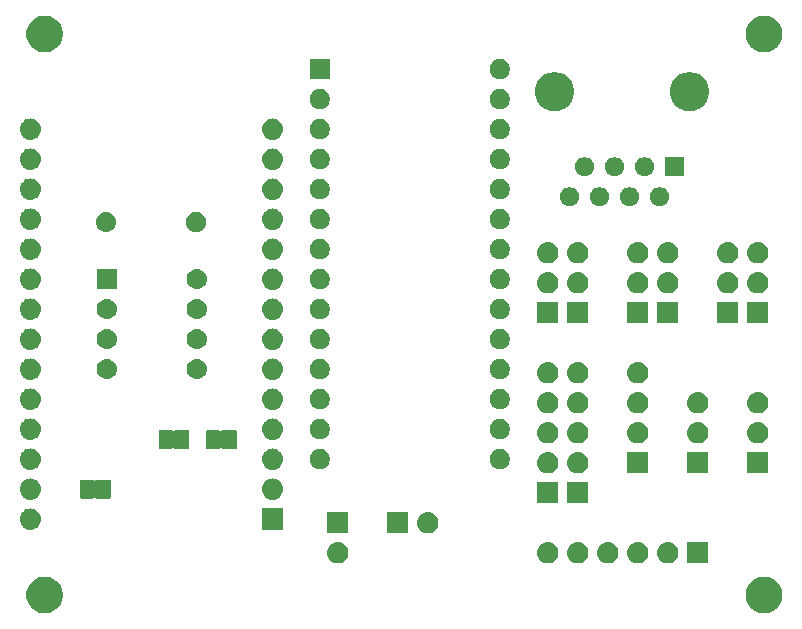
<source format=gbr>
G04 #@! TF.GenerationSoftware,KiCad,Pcbnew,(5.1.2)-2*
G04 #@! TF.CreationDate,2019-10-05T21:13:13-05:00*
G04 #@! TF.ProjectId,ControlBoardT4,436f6e74-726f-46c4-926f-61726454342e,rev?*
G04 #@! TF.SameCoordinates,Original*
G04 #@! TF.FileFunction,Soldermask,Top*
G04 #@! TF.FilePolarity,Negative*
%FSLAX46Y46*%
G04 Gerber Fmt 4.6, Leading zero omitted, Abs format (unit mm)*
G04 Created by KiCad (PCBNEW (5.1.2)-2) date 2019-10-05 21:13:13*
%MOMM*%
%LPD*%
G04 APERTURE LIST*
%ADD10C,0.100000*%
G04 APERTURE END LIST*
D10*
G36*
X173226585Y-118642802D02*
G01*
X173376410Y-118672604D01*
X173658674Y-118789521D01*
X173912705Y-118959259D01*
X174128741Y-119175295D01*
X174298479Y-119429326D01*
X174415396Y-119711590D01*
X174475000Y-120011240D01*
X174475000Y-120316760D01*
X174415396Y-120616410D01*
X174298479Y-120898674D01*
X174128741Y-121152705D01*
X173912705Y-121368741D01*
X173658674Y-121538479D01*
X173376410Y-121655396D01*
X173226585Y-121685198D01*
X173076761Y-121715000D01*
X172771239Y-121715000D01*
X172621415Y-121685198D01*
X172471590Y-121655396D01*
X172189326Y-121538479D01*
X171935295Y-121368741D01*
X171719259Y-121152705D01*
X171549521Y-120898674D01*
X171432604Y-120616410D01*
X171373000Y-120316760D01*
X171373000Y-120011240D01*
X171432604Y-119711590D01*
X171549521Y-119429326D01*
X171719259Y-119175295D01*
X171935295Y-118959259D01*
X172189326Y-118789521D01*
X172471590Y-118672604D01*
X172621415Y-118642802D01*
X172771239Y-118613000D01*
X173076761Y-118613000D01*
X173226585Y-118642802D01*
X173226585Y-118642802D01*
G37*
G36*
X112336585Y-118642802D02*
G01*
X112486410Y-118672604D01*
X112768674Y-118789521D01*
X113022705Y-118959259D01*
X113238741Y-119175295D01*
X113408479Y-119429326D01*
X113525396Y-119711590D01*
X113585000Y-120011240D01*
X113585000Y-120316760D01*
X113525396Y-120616410D01*
X113408479Y-120898674D01*
X113238741Y-121152705D01*
X113022705Y-121368741D01*
X112768674Y-121538479D01*
X112486410Y-121655396D01*
X112336585Y-121685198D01*
X112186761Y-121715000D01*
X111881239Y-121715000D01*
X111731415Y-121685198D01*
X111581590Y-121655396D01*
X111299326Y-121538479D01*
X111045295Y-121368741D01*
X110829259Y-121152705D01*
X110659521Y-120898674D01*
X110542604Y-120616410D01*
X110483000Y-120316760D01*
X110483000Y-120011240D01*
X110542604Y-119711590D01*
X110659521Y-119429326D01*
X110829259Y-119175295D01*
X111045295Y-118959259D01*
X111299326Y-118789521D01*
X111581590Y-118672604D01*
X111731415Y-118642802D01*
X111881239Y-118613000D01*
X112186761Y-118613000D01*
X112336585Y-118642802D01*
X112336585Y-118642802D01*
G37*
G36*
X164892943Y-115691519D02*
G01*
X164959127Y-115698037D01*
X165128966Y-115749557D01*
X165285491Y-115833222D01*
X165321229Y-115862552D01*
X165422686Y-115945814D01*
X165505948Y-116047271D01*
X165535278Y-116083009D01*
X165618943Y-116239534D01*
X165670463Y-116409373D01*
X165687859Y-116586000D01*
X165670463Y-116762627D01*
X165618943Y-116932466D01*
X165535278Y-117088991D01*
X165505948Y-117124729D01*
X165422686Y-117226186D01*
X165321229Y-117309448D01*
X165285491Y-117338778D01*
X165128966Y-117422443D01*
X164959127Y-117473963D01*
X164892942Y-117480482D01*
X164826760Y-117487000D01*
X164738240Y-117487000D01*
X164672058Y-117480482D01*
X164605873Y-117473963D01*
X164436034Y-117422443D01*
X164279509Y-117338778D01*
X164243771Y-117309448D01*
X164142314Y-117226186D01*
X164059052Y-117124729D01*
X164029722Y-117088991D01*
X163946057Y-116932466D01*
X163894537Y-116762627D01*
X163877141Y-116586000D01*
X163894537Y-116409373D01*
X163946057Y-116239534D01*
X164029722Y-116083009D01*
X164059052Y-116047271D01*
X164142314Y-115945814D01*
X164243771Y-115862552D01*
X164279509Y-115833222D01*
X164436034Y-115749557D01*
X164605873Y-115698037D01*
X164672057Y-115691519D01*
X164738240Y-115685000D01*
X164826760Y-115685000D01*
X164892943Y-115691519D01*
X164892943Y-115691519D01*
G37*
G36*
X168223500Y-117487000D02*
G01*
X166421500Y-117487000D01*
X166421500Y-115685000D01*
X168223500Y-115685000D01*
X168223500Y-117487000D01*
X168223500Y-117487000D01*
G37*
G36*
X159812943Y-115691519D02*
G01*
X159879127Y-115698037D01*
X160048966Y-115749557D01*
X160205491Y-115833222D01*
X160241229Y-115862552D01*
X160342686Y-115945814D01*
X160425948Y-116047271D01*
X160455278Y-116083009D01*
X160538943Y-116239534D01*
X160590463Y-116409373D01*
X160607859Y-116586000D01*
X160590463Y-116762627D01*
X160538943Y-116932466D01*
X160455278Y-117088991D01*
X160425948Y-117124729D01*
X160342686Y-117226186D01*
X160241229Y-117309448D01*
X160205491Y-117338778D01*
X160048966Y-117422443D01*
X159879127Y-117473963D01*
X159812942Y-117480482D01*
X159746760Y-117487000D01*
X159658240Y-117487000D01*
X159592058Y-117480482D01*
X159525873Y-117473963D01*
X159356034Y-117422443D01*
X159199509Y-117338778D01*
X159163771Y-117309448D01*
X159062314Y-117226186D01*
X158979052Y-117124729D01*
X158949722Y-117088991D01*
X158866057Y-116932466D01*
X158814537Y-116762627D01*
X158797141Y-116586000D01*
X158814537Y-116409373D01*
X158866057Y-116239534D01*
X158949722Y-116083009D01*
X158979052Y-116047271D01*
X159062314Y-115945814D01*
X159163771Y-115862552D01*
X159199509Y-115833222D01*
X159356034Y-115749557D01*
X159525873Y-115698037D01*
X159592057Y-115691519D01*
X159658240Y-115685000D01*
X159746760Y-115685000D01*
X159812943Y-115691519D01*
X159812943Y-115691519D01*
G37*
G36*
X157272943Y-115691519D02*
G01*
X157339127Y-115698037D01*
X157508966Y-115749557D01*
X157665491Y-115833222D01*
X157701229Y-115862552D01*
X157802686Y-115945814D01*
X157885948Y-116047271D01*
X157915278Y-116083009D01*
X157998943Y-116239534D01*
X158050463Y-116409373D01*
X158067859Y-116586000D01*
X158050463Y-116762627D01*
X157998943Y-116932466D01*
X157915278Y-117088991D01*
X157885948Y-117124729D01*
X157802686Y-117226186D01*
X157701229Y-117309448D01*
X157665491Y-117338778D01*
X157508966Y-117422443D01*
X157339127Y-117473963D01*
X157272942Y-117480482D01*
X157206760Y-117487000D01*
X157118240Y-117487000D01*
X157052058Y-117480482D01*
X156985873Y-117473963D01*
X156816034Y-117422443D01*
X156659509Y-117338778D01*
X156623771Y-117309448D01*
X156522314Y-117226186D01*
X156439052Y-117124729D01*
X156409722Y-117088991D01*
X156326057Y-116932466D01*
X156274537Y-116762627D01*
X156257141Y-116586000D01*
X156274537Y-116409373D01*
X156326057Y-116239534D01*
X156409722Y-116083009D01*
X156439052Y-116047271D01*
X156522314Y-115945814D01*
X156623771Y-115862552D01*
X156659509Y-115833222D01*
X156816034Y-115749557D01*
X156985873Y-115698037D01*
X157052057Y-115691519D01*
X157118240Y-115685000D01*
X157206760Y-115685000D01*
X157272943Y-115691519D01*
X157272943Y-115691519D01*
G37*
G36*
X154732943Y-115691519D02*
G01*
X154799127Y-115698037D01*
X154968966Y-115749557D01*
X155125491Y-115833222D01*
X155161229Y-115862552D01*
X155262686Y-115945814D01*
X155345948Y-116047271D01*
X155375278Y-116083009D01*
X155458943Y-116239534D01*
X155510463Y-116409373D01*
X155527859Y-116586000D01*
X155510463Y-116762627D01*
X155458943Y-116932466D01*
X155375278Y-117088991D01*
X155345948Y-117124729D01*
X155262686Y-117226186D01*
X155161229Y-117309448D01*
X155125491Y-117338778D01*
X154968966Y-117422443D01*
X154799127Y-117473963D01*
X154732942Y-117480482D01*
X154666760Y-117487000D01*
X154578240Y-117487000D01*
X154512058Y-117480482D01*
X154445873Y-117473963D01*
X154276034Y-117422443D01*
X154119509Y-117338778D01*
X154083771Y-117309448D01*
X153982314Y-117226186D01*
X153899052Y-117124729D01*
X153869722Y-117088991D01*
X153786057Y-116932466D01*
X153734537Y-116762627D01*
X153717141Y-116586000D01*
X153734537Y-116409373D01*
X153786057Y-116239534D01*
X153869722Y-116083009D01*
X153899052Y-116047271D01*
X153982314Y-115945814D01*
X154083771Y-115862552D01*
X154119509Y-115833222D01*
X154276034Y-115749557D01*
X154445873Y-115698037D01*
X154512057Y-115691519D01*
X154578240Y-115685000D01*
X154666760Y-115685000D01*
X154732943Y-115691519D01*
X154732943Y-115691519D01*
G37*
G36*
X136952943Y-115691519D02*
G01*
X137019127Y-115698037D01*
X137188966Y-115749557D01*
X137345491Y-115833222D01*
X137381229Y-115862552D01*
X137482686Y-115945814D01*
X137565948Y-116047271D01*
X137595278Y-116083009D01*
X137678943Y-116239534D01*
X137730463Y-116409373D01*
X137747859Y-116586000D01*
X137730463Y-116762627D01*
X137678943Y-116932466D01*
X137595278Y-117088991D01*
X137565948Y-117124729D01*
X137482686Y-117226186D01*
X137381229Y-117309448D01*
X137345491Y-117338778D01*
X137188966Y-117422443D01*
X137019127Y-117473963D01*
X136952942Y-117480482D01*
X136886760Y-117487000D01*
X136798240Y-117487000D01*
X136732058Y-117480482D01*
X136665873Y-117473963D01*
X136496034Y-117422443D01*
X136339509Y-117338778D01*
X136303771Y-117309448D01*
X136202314Y-117226186D01*
X136119052Y-117124729D01*
X136089722Y-117088991D01*
X136006057Y-116932466D01*
X135954537Y-116762627D01*
X135937141Y-116586000D01*
X135954537Y-116409373D01*
X136006057Y-116239534D01*
X136089722Y-116083009D01*
X136119052Y-116047271D01*
X136202314Y-115945814D01*
X136303771Y-115862552D01*
X136339509Y-115833222D01*
X136496034Y-115749557D01*
X136665873Y-115698037D01*
X136732057Y-115691519D01*
X136798240Y-115685000D01*
X136886760Y-115685000D01*
X136952943Y-115691519D01*
X136952943Y-115691519D01*
G37*
G36*
X162352943Y-115691519D02*
G01*
X162419127Y-115698037D01*
X162588966Y-115749557D01*
X162745491Y-115833222D01*
X162781229Y-115862552D01*
X162882686Y-115945814D01*
X162965948Y-116047271D01*
X162995278Y-116083009D01*
X163078943Y-116239534D01*
X163130463Y-116409373D01*
X163147859Y-116586000D01*
X163130463Y-116762627D01*
X163078943Y-116932466D01*
X162995278Y-117088991D01*
X162965948Y-117124729D01*
X162882686Y-117226186D01*
X162781229Y-117309448D01*
X162745491Y-117338778D01*
X162588966Y-117422443D01*
X162419127Y-117473963D01*
X162352942Y-117480482D01*
X162286760Y-117487000D01*
X162198240Y-117487000D01*
X162132058Y-117480482D01*
X162065873Y-117473963D01*
X161896034Y-117422443D01*
X161739509Y-117338778D01*
X161703771Y-117309448D01*
X161602314Y-117226186D01*
X161519052Y-117124729D01*
X161489722Y-117088991D01*
X161406057Y-116932466D01*
X161354537Y-116762627D01*
X161337141Y-116586000D01*
X161354537Y-116409373D01*
X161406057Y-116239534D01*
X161489722Y-116083009D01*
X161519052Y-116047271D01*
X161602314Y-115945814D01*
X161703771Y-115862552D01*
X161739509Y-115833222D01*
X161896034Y-115749557D01*
X162065873Y-115698037D01*
X162132057Y-115691519D01*
X162198240Y-115685000D01*
X162286760Y-115685000D01*
X162352943Y-115691519D01*
X162352943Y-115691519D01*
G37*
G36*
X137743500Y-114947000D02*
G01*
X135941500Y-114947000D01*
X135941500Y-113145000D01*
X137743500Y-113145000D01*
X137743500Y-114947000D01*
X137743500Y-114947000D01*
G37*
G36*
X144572942Y-113151518D02*
G01*
X144639127Y-113158037D01*
X144808966Y-113209557D01*
X144965491Y-113293222D01*
X145001229Y-113322552D01*
X145102686Y-113405814D01*
X145185948Y-113507271D01*
X145215278Y-113543009D01*
X145298943Y-113699534D01*
X145350463Y-113869373D01*
X145367859Y-114046000D01*
X145350463Y-114222627D01*
X145298943Y-114392466D01*
X145215278Y-114548991D01*
X145202187Y-114564942D01*
X145102686Y-114686186D01*
X145001229Y-114769448D01*
X144965491Y-114798778D01*
X144808966Y-114882443D01*
X144639127Y-114933963D01*
X144572942Y-114940482D01*
X144506760Y-114947000D01*
X144418240Y-114947000D01*
X144352058Y-114940482D01*
X144285873Y-114933963D01*
X144116034Y-114882443D01*
X143959509Y-114798778D01*
X143923771Y-114769448D01*
X143822314Y-114686186D01*
X143722813Y-114564942D01*
X143709722Y-114548991D01*
X143626057Y-114392466D01*
X143574537Y-114222627D01*
X143557141Y-114046000D01*
X143574537Y-113869373D01*
X143626057Y-113699534D01*
X143709722Y-113543009D01*
X143739052Y-113507271D01*
X143822314Y-113405814D01*
X143923771Y-113322552D01*
X143959509Y-113293222D01*
X144116034Y-113209557D01*
X144285873Y-113158037D01*
X144352058Y-113151518D01*
X144418240Y-113145000D01*
X144506760Y-113145000D01*
X144572942Y-113151518D01*
X144572942Y-113151518D01*
G37*
G36*
X142823500Y-114947000D02*
G01*
X141021500Y-114947000D01*
X141021500Y-113145000D01*
X142823500Y-113145000D01*
X142823500Y-114947000D01*
X142823500Y-114947000D01*
G37*
G36*
X110928443Y-112834019D02*
G01*
X110994627Y-112840537D01*
X111164466Y-112892057D01*
X111320991Y-112975722D01*
X111356729Y-113005052D01*
X111458186Y-113088314D01*
X111504706Y-113145000D01*
X111570778Y-113225509D01*
X111654443Y-113382034D01*
X111705963Y-113551873D01*
X111723359Y-113728500D01*
X111705963Y-113905127D01*
X111654443Y-114074966D01*
X111570778Y-114231491D01*
X111541448Y-114267229D01*
X111458186Y-114368686D01*
X111356729Y-114451948D01*
X111320991Y-114481278D01*
X111164466Y-114564943D01*
X110994627Y-114616463D01*
X110928442Y-114622982D01*
X110862260Y-114629500D01*
X110773740Y-114629500D01*
X110707558Y-114622982D01*
X110641373Y-114616463D01*
X110471534Y-114564943D01*
X110315009Y-114481278D01*
X110279271Y-114451948D01*
X110177814Y-114368686D01*
X110094552Y-114267229D01*
X110065222Y-114231491D01*
X109981557Y-114074966D01*
X109930037Y-113905127D01*
X109912641Y-113728500D01*
X109930037Y-113551873D01*
X109981557Y-113382034D01*
X110065222Y-113225509D01*
X110131294Y-113145000D01*
X110177814Y-113088314D01*
X110279271Y-113005052D01*
X110315009Y-112975722D01*
X110471534Y-112892057D01*
X110641373Y-112840537D01*
X110707557Y-112834019D01*
X110773740Y-112827500D01*
X110862260Y-112827500D01*
X110928443Y-112834019D01*
X110928443Y-112834019D01*
G37*
G36*
X132219000Y-114629500D02*
G01*
X130417000Y-114629500D01*
X130417000Y-112827500D01*
X132219000Y-112827500D01*
X132219000Y-114629500D01*
X132219000Y-114629500D01*
G37*
G36*
X158063500Y-112407000D02*
G01*
X156261500Y-112407000D01*
X156261500Y-110605000D01*
X158063500Y-110605000D01*
X158063500Y-112407000D01*
X158063500Y-112407000D01*
G37*
G36*
X155523500Y-112407000D02*
G01*
X153721500Y-112407000D01*
X153721500Y-110605000D01*
X155523500Y-110605000D01*
X155523500Y-112407000D01*
X155523500Y-112407000D01*
G37*
G36*
X110928442Y-110294018D02*
G01*
X110994627Y-110300537D01*
X111164466Y-110352057D01*
X111164468Y-110352058D01*
X111232155Y-110388238D01*
X111320991Y-110435722D01*
X111337215Y-110449037D01*
X111458186Y-110548314D01*
X111504706Y-110605000D01*
X111570778Y-110685509D01*
X111654443Y-110842034D01*
X111705963Y-111011873D01*
X111723359Y-111188500D01*
X111705963Y-111365127D01*
X111654443Y-111534966D01*
X111570778Y-111691491D01*
X111541448Y-111727229D01*
X111458186Y-111828686D01*
X111362226Y-111907437D01*
X111320991Y-111941278D01*
X111273005Y-111966927D01*
X111232154Y-111988763D01*
X111164466Y-112024943D01*
X110994627Y-112076463D01*
X110928442Y-112082982D01*
X110862260Y-112089500D01*
X110773740Y-112089500D01*
X110707558Y-112082982D01*
X110641373Y-112076463D01*
X110471534Y-112024943D01*
X110403847Y-111988763D01*
X110362995Y-111966927D01*
X110315009Y-111941278D01*
X110273774Y-111907437D01*
X110177814Y-111828686D01*
X110094552Y-111727229D01*
X110065222Y-111691491D01*
X109981557Y-111534966D01*
X109930037Y-111365127D01*
X109912641Y-111188500D01*
X109930037Y-111011873D01*
X109981557Y-110842034D01*
X110065222Y-110685509D01*
X110131294Y-110605000D01*
X110177814Y-110548314D01*
X110298785Y-110449037D01*
X110315009Y-110435722D01*
X110403845Y-110388238D01*
X110471532Y-110352058D01*
X110471534Y-110352057D01*
X110641373Y-110300537D01*
X110707558Y-110294018D01*
X110773740Y-110287500D01*
X110862260Y-110287500D01*
X110928442Y-110294018D01*
X110928442Y-110294018D01*
G37*
G36*
X131428442Y-110294018D02*
G01*
X131494627Y-110300537D01*
X131664466Y-110352057D01*
X131664468Y-110352058D01*
X131732155Y-110388238D01*
X131820991Y-110435722D01*
X131837215Y-110449037D01*
X131958186Y-110548314D01*
X132004706Y-110605000D01*
X132070778Y-110685509D01*
X132154443Y-110842034D01*
X132205963Y-111011873D01*
X132223359Y-111188500D01*
X132205963Y-111365127D01*
X132154443Y-111534966D01*
X132070778Y-111691491D01*
X132041448Y-111727229D01*
X131958186Y-111828686D01*
X131862226Y-111907437D01*
X131820991Y-111941278D01*
X131773005Y-111966927D01*
X131732154Y-111988763D01*
X131664466Y-112024943D01*
X131494627Y-112076463D01*
X131428442Y-112082982D01*
X131362260Y-112089500D01*
X131273740Y-112089500D01*
X131207558Y-112082982D01*
X131141373Y-112076463D01*
X130971534Y-112024943D01*
X130903847Y-111988763D01*
X130862995Y-111966927D01*
X130815009Y-111941278D01*
X130773774Y-111907437D01*
X130677814Y-111828686D01*
X130594552Y-111727229D01*
X130565222Y-111691491D01*
X130481557Y-111534966D01*
X130430037Y-111365127D01*
X130412641Y-111188500D01*
X130430037Y-111011873D01*
X130481557Y-110842034D01*
X130565222Y-110685509D01*
X130631294Y-110605000D01*
X130677814Y-110548314D01*
X130798785Y-110449037D01*
X130815009Y-110435722D01*
X130903845Y-110388238D01*
X130971532Y-110352058D01*
X130971534Y-110352057D01*
X131141373Y-110300537D01*
X131207558Y-110294018D01*
X131273740Y-110287500D01*
X131362260Y-110287500D01*
X131428442Y-110294018D01*
X131428442Y-110294018D01*
G37*
G36*
X116116999Y-110388237D02*
G01*
X116126608Y-110391152D01*
X116135472Y-110395890D01*
X116143212Y-110402242D01*
X116143213Y-110402243D01*
X116143237Y-110402263D01*
X116149640Y-110410073D01*
X116149677Y-110410128D01*
X116157480Y-110419647D01*
X116157511Y-110419622D01*
X116168853Y-110433472D01*
X116187779Y-110449037D01*
X116209377Y-110460611D01*
X116232819Y-110467749D01*
X116257202Y-110470176D01*
X116281591Y-110467800D01*
X116305047Y-110460711D01*
X116326670Y-110449182D01*
X116345628Y-110433657D01*
X116361193Y-110414731D01*
X116363029Y-110411675D01*
X116364418Y-110409986D01*
X116364419Y-110409984D01*
X116370801Y-110402225D01*
X116378573Y-110395860D01*
X116378575Y-110395858D01*
X116387399Y-110391154D01*
X116387438Y-110391133D01*
X116397055Y-110388227D01*
X116397085Y-110388218D01*
X116413113Y-110386648D01*
X117550860Y-110386648D01*
X117566999Y-110388237D01*
X117576608Y-110391152D01*
X117585472Y-110395890D01*
X117593237Y-110402263D01*
X117599610Y-110410028D01*
X117604348Y-110418892D01*
X117607263Y-110428501D01*
X117608852Y-110444640D01*
X117608852Y-111932360D01*
X117607263Y-111948499D01*
X117604348Y-111958108D01*
X117599610Y-111966972D01*
X117593237Y-111974737D01*
X117585472Y-111981110D01*
X117576608Y-111985848D01*
X117566999Y-111988763D01*
X117550860Y-111990352D01*
X116413140Y-111990352D01*
X116397001Y-111988763D01*
X116387392Y-111985848D01*
X116378528Y-111981110D01*
X116370763Y-111974737D01*
X116360116Y-111961763D01*
X116353947Y-111952532D01*
X116336619Y-111935206D01*
X116316244Y-111921593D01*
X116293605Y-111912217D01*
X116269572Y-111907437D01*
X116245068Y-111907438D01*
X116221035Y-111912220D01*
X116198396Y-111921598D01*
X116178022Y-111935213D01*
X116160696Y-111952541D01*
X116153825Y-111961817D01*
X116149640Y-111966927D01*
X116143275Y-111974699D01*
X116135516Y-111981081D01*
X116126661Y-111985826D01*
X116123623Y-111986751D01*
X116117085Y-111988742D01*
X116117082Y-111988742D01*
X116117050Y-111988752D01*
X116107000Y-111989747D01*
X116106935Y-111989747D01*
X116100825Y-111990352D01*
X115113140Y-111990352D01*
X115097001Y-111988763D01*
X115087392Y-111985848D01*
X115078528Y-111981110D01*
X115070763Y-111974737D01*
X115064390Y-111966972D01*
X115059652Y-111958108D01*
X115056737Y-111948499D01*
X115055148Y-111932360D01*
X115055148Y-110444640D01*
X115056737Y-110428501D01*
X115059652Y-110418892D01*
X115064390Y-110410028D01*
X115070763Y-110402263D01*
X115078528Y-110395890D01*
X115087392Y-110391152D01*
X115097001Y-110388237D01*
X115113140Y-110386648D01*
X116100860Y-110386648D01*
X116116999Y-110388237D01*
X116116999Y-110388237D01*
G37*
G36*
X157272943Y-108071519D02*
G01*
X157339127Y-108078037D01*
X157508966Y-108129557D01*
X157665491Y-108213222D01*
X157701229Y-108242552D01*
X157802686Y-108325814D01*
X157863790Y-108400271D01*
X157915278Y-108463009D01*
X157998943Y-108619534D01*
X158050463Y-108789373D01*
X158067859Y-108966000D01*
X158050463Y-109142627D01*
X157998943Y-109312466D01*
X157915278Y-109468991D01*
X157902187Y-109484942D01*
X157802686Y-109606186D01*
X157701229Y-109689448D01*
X157665491Y-109718778D01*
X157508966Y-109802443D01*
X157339127Y-109853963D01*
X157272943Y-109860481D01*
X157206760Y-109867000D01*
X157118240Y-109867000D01*
X157052057Y-109860481D01*
X156985873Y-109853963D01*
X156816034Y-109802443D01*
X156659509Y-109718778D01*
X156623771Y-109689448D01*
X156522314Y-109606186D01*
X156422813Y-109484942D01*
X156409722Y-109468991D01*
X156326057Y-109312466D01*
X156274537Y-109142627D01*
X156257141Y-108966000D01*
X156274537Y-108789373D01*
X156326057Y-108619534D01*
X156409722Y-108463009D01*
X156461210Y-108400271D01*
X156522314Y-108325814D01*
X156623771Y-108242552D01*
X156659509Y-108213222D01*
X156816034Y-108129557D01*
X156985873Y-108078037D01*
X157052057Y-108071519D01*
X157118240Y-108065000D01*
X157206760Y-108065000D01*
X157272943Y-108071519D01*
X157272943Y-108071519D01*
G37*
G36*
X163143500Y-109867000D02*
G01*
X161341500Y-109867000D01*
X161341500Y-108065000D01*
X163143500Y-108065000D01*
X163143500Y-109867000D01*
X163143500Y-109867000D01*
G37*
G36*
X168223500Y-109867000D02*
G01*
X166421500Y-109867000D01*
X166421500Y-108065000D01*
X168223500Y-108065000D01*
X168223500Y-109867000D01*
X168223500Y-109867000D01*
G37*
G36*
X154732943Y-108071519D02*
G01*
X154799127Y-108078037D01*
X154968966Y-108129557D01*
X155125491Y-108213222D01*
X155161229Y-108242552D01*
X155262686Y-108325814D01*
X155323790Y-108400271D01*
X155375278Y-108463009D01*
X155458943Y-108619534D01*
X155510463Y-108789373D01*
X155527859Y-108966000D01*
X155510463Y-109142627D01*
X155458943Y-109312466D01*
X155375278Y-109468991D01*
X155362187Y-109484942D01*
X155262686Y-109606186D01*
X155161229Y-109689448D01*
X155125491Y-109718778D01*
X154968966Y-109802443D01*
X154799127Y-109853963D01*
X154732943Y-109860481D01*
X154666760Y-109867000D01*
X154578240Y-109867000D01*
X154512057Y-109860481D01*
X154445873Y-109853963D01*
X154276034Y-109802443D01*
X154119509Y-109718778D01*
X154083771Y-109689448D01*
X153982314Y-109606186D01*
X153882813Y-109484942D01*
X153869722Y-109468991D01*
X153786057Y-109312466D01*
X153734537Y-109142627D01*
X153717141Y-108966000D01*
X153734537Y-108789373D01*
X153786057Y-108619534D01*
X153869722Y-108463009D01*
X153921210Y-108400271D01*
X153982314Y-108325814D01*
X154083771Y-108242552D01*
X154119509Y-108213222D01*
X154276034Y-108129557D01*
X154445873Y-108078037D01*
X154512057Y-108071519D01*
X154578240Y-108065000D01*
X154666760Y-108065000D01*
X154732943Y-108071519D01*
X154732943Y-108071519D01*
G37*
G36*
X173303500Y-109867000D02*
G01*
X171501500Y-109867000D01*
X171501500Y-108065000D01*
X173303500Y-108065000D01*
X173303500Y-109867000D01*
X173303500Y-109867000D01*
G37*
G36*
X131428443Y-107754019D02*
G01*
X131494627Y-107760537D01*
X131664466Y-107812057D01*
X131820991Y-107895722D01*
X131856729Y-107925052D01*
X131958186Y-108008314D01*
X132004706Y-108065000D01*
X132070778Y-108145509D01*
X132154443Y-108302034D01*
X132205963Y-108471873D01*
X132223359Y-108648500D01*
X132205963Y-108825127D01*
X132154443Y-108994966D01*
X132070778Y-109151491D01*
X132041448Y-109187229D01*
X131958186Y-109288686D01*
X131856729Y-109371948D01*
X131820991Y-109401278D01*
X131664466Y-109484943D01*
X131494627Y-109536463D01*
X131428443Y-109542981D01*
X131362260Y-109549500D01*
X131273740Y-109549500D01*
X131207557Y-109542981D01*
X131141373Y-109536463D01*
X130971534Y-109484943D01*
X130815009Y-109401278D01*
X130779271Y-109371948D01*
X130677814Y-109288686D01*
X130594552Y-109187229D01*
X130565222Y-109151491D01*
X130481557Y-108994966D01*
X130430037Y-108825127D01*
X130412641Y-108648500D01*
X130430037Y-108471873D01*
X130481557Y-108302034D01*
X130565222Y-108145509D01*
X130631294Y-108065000D01*
X130677814Y-108008314D01*
X130779271Y-107925052D01*
X130815009Y-107895722D01*
X130971534Y-107812057D01*
X131141373Y-107760537D01*
X131207557Y-107754019D01*
X131273740Y-107747500D01*
X131362260Y-107747500D01*
X131428443Y-107754019D01*
X131428443Y-107754019D01*
G37*
G36*
X110928443Y-107754019D02*
G01*
X110994627Y-107760537D01*
X111164466Y-107812057D01*
X111320991Y-107895722D01*
X111356729Y-107925052D01*
X111458186Y-108008314D01*
X111504706Y-108065000D01*
X111570778Y-108145509D01*
X111654443Y-108302034D01*
X111705963Y-108471873D01*
X111723359Y-108648500D01*
X111705963Y-108825127D01*
X111654443Y-108994966D01*
X111570778Y-109151491D01*
X111541448Y-109187229D01*
X111458186Y-109288686D01*
X111356729Y-109371948D01*
X111320991Y-109401278D01*
X111164466Y-109484943D01*
X110994627Y-109536463D01*
X110928443Y-109542981D01*
X110862260Y-109549500D01*
X110773740Y-109549500D01*
X110707557Y-109542981D01*
X110641373Y-109536463D01*
X110471534Y-109484943D01*
X110315009Y-109401278D01*
X110279271Y-109371948D01*
X110177814Y-109288686D01*
X110094552Y-109187229D01*
X110065222Y-109151491D01*
X109981557Y-108994966D01*
X109930037Y-108825127D01*
X109912641Y-108648500D01*
X109930037Y-108471873D01*
X109981557Y-108302034D01*
X110065222Y-108145509D01*
X110131294Y-108065000D01*
X110177814Y-108008314D01*
X110279271Y-107925052D01*
X110315009Y-107895722D01*
X110471534Y-107812057D01*
X110641373Y-107760537D01*
X110707557Y-107754019D01*
X110773740Y-107747500D01*
X110862260Y-107747500D01*
X110928443Y-107754019D01*
X110928443Y-107754019D01*
G37*
G36*
X150806728Y-107830203D02*
G01*
X150961600Y-107894353D01*
X151100981Y-107987485D01*
X151219515Y-108106019D01*
X151312647Y-108245400D01*
X151376797Y-108400272D01*
X151409500Y-108564684D01*
X151409500Y-108732316D01*
X151376797Y-108896728D01*
X151312647Y-109051600D01*
X151219515Y-109190981D01*
X151100981Y-109309515D01*
X150961600Y-109402647D01*
X150806728Y-109466797D01*
X150642316Y-109499500D01*
X150474684Y-109499500D01*
X150310272Y-109466797D01*
X150155400Y-109402647D01*
X150016019Y-109309515D01*
X149897485Y-109190981D01*
X149804353Y-109051600D01*
X149740203Y-108896728D01*
X149707500Y-108732316D01*
X149707500Y-108564684D01*
X149740203Y-108400272D01*
X149804353Y-108245400D01*
X149897485Y-108106019D01*
X150016019Y-107987485D01*
X150155400Y-107894353D01*
X150310272Y-107830203D01*
X150474684Y-107797500D01*
X150642316Y-107797500D01*
X150806728Y-107830203D01*
X150806728Y-107830203D01*
G37*
G36*
X135566728Y-107830203D02*
G01*
X135721600Y-107894353D01*
X135860981Y-107987485D01*
X135979515Y-108106019D01*
X136072647Y-108245400D01*
X136136797Y-108400272D01*
X136169500Y-108564684D01*
X136169500Y-108732316D01*
X136136797Y-108896728D01*
X136072647Y-109051600D01*
X135979515Y-109190981D01*
X135860981Y-109309515D01*
X135721600Y-109402647D01*
X135566728Y-109466797D01*
X135402316Y-109499500D01*
X135234684Y-109499500D01*
X135070272Y-109466797D01*
X134915400Y-109402647D01*
X134776019Y-109309515D01*
X134657485Y-109190981D01*
X134564353Y-109051600D01*
X134500203Y-108896728D01*
X134467500Y-108732316D01*
X134467500Y-108564684D01*
X134500203Y-108400272D01*
X134564353Y-108245400D01*
X134657485Y-108106019D01*
X134776019Y-107987485D01*
X134915400Y-107894353D01*
X135070272Y-107830203D01*
X135234684Y-107797500D01*
X135402316Y-107797500D01*
X135566728Y-107830203D01*
X135566728Y-107830203D01*
G37*
G36*
X122784999Y-106199737D02*
G01*
X122794608Y-106202652D01*
X122803472Y-106207390D01*
X122811212Y-106213742D01*
X122811213Y-106213743D01*
X122811237Y-106213763D01*
X122817640Y-106221573D01*
X122817677Y-106221628D01*
X122825480Y-106231147D01*
X122825511Y-106231122D01*
X122836853Y-106244972D01*
X122855779Y-106260537D01*
X122877377Y-106272111D01*
X122900819Y-106279249D01*
X122925202Y-106281676D01*
X122949591Y-106279300D01*
X122973047Y-106272211D01*
X122994670Y-106260682D01*
X123013628Y-106245157D01*
X123029193Y-106226231D01*
X123031029Y-106223175D01*
X123032418Y-106221486D01*
X123032419Y-106221484D01*
X123038801Y-106213725D01*
X123046573Y-106207360D01*
X123046575Y-106207358D01*
X123055399Y-106202654D01*
X123055438Y-106202633D01*
X123065055Y-106199727D01*
X123065085Y-106199718D01*
X123081113Y-106198148D01*
X124218860Y-106198148D01*
X124234999Y-106199737D01*
X124244608Y-106202652D01*
X124253472Y-106207390D01*
X124261237Y-106213763D01*
X124267610Y-106221528D01*
X124272348Y-106230392D01*
X124275263Y-106240001D01*
X124276852Y-106256140D01*
X124276852Y-107743860D01*
X124275263Y-107759999D01*
X124272348Y-107769608D01*
X124267610Y-107778472D01*
X124261237Y-107786237D01*
X124253472Y-107792610D01*
X124244608Y-107797348D01*
X124234999Y-107800263D01*
X124218860Y-107801852D01*
X123081140Y-107801852D01*
X123065001Y-107800263D01*
X123055392Y-107797348D01*
X123046528Y-107792610D01*
X123038763Y-107786237D01*
X123028116Y-107773263D01*
X123021947Y-107764032D01*
X123004619Y-107746706D01*
X122984244Y-107733093D01*
X122961605Y-107723717D01*
X122937572Y-107718937D01*
X122913068Y-107718938D01*
X122889035Y-107723720D01*
X122866396Y-107733098D01*
X122846022Y-107746713D01*
X122828696Y-107764041D01*
X122821825Y-107773317D01*
X122817640Y-107778427D01*
X122811275Y-107786199D01*
X122803516Y-107792581D01*
X122794661Y-107797326D01*
X122794089Y-107797500D01*
X122785085Y-107800242D01*
X122785082Y-107800242D01*
X122785050Y-107800252D01*
X122775000Y-107801247D01*
X122774935Y-107801247D01*
X122768825Y-107801852D01*
X121781140Y-107801852D01*
X121765001Y-107800263D01*
X121755392Y-107797348D01*
X121746528Y-107792610D01*
X121738763Y-107786237D01*
X121732390Y-107778472D01*
X121727652Y-107769608D01*
X121724737Y-107759999D01*
X121723148Y-107743860D01*
X121723148Y-106256140D01*
X121724737Y-106240001D01*
X121727652Y-106230392D01*
X121732390Y-106221528D01*
X121738763Y-106213763D01*
X121746528Y-106207390D01*
X121755392Y-106202652D01*
X121765001Y-106199737D01*
X121781140Y-106198148D01*
X122768860Y-106198148D01*
X122784999Y-106199737D01*
X122784999Y-106199737D01*
G37*
G36*
X126784999Y-106199737D02*
G01*
X126794608Y-106202652D01*
X126803472Y-106207390D01*
X126811212Y-106213742D01*
X126811213Y-106213743D01*
X126811237Y-106213763D01*
X126817640Y-106221573D01*
X126817677Y-106221628D01*
X126825480Y-106231147D01*
X126825511Y-106231122D01*
X126836853Y-106244972D01*
X126855779Y-106260537D01*
X126877377Y-106272111D01*
X126900819Y-106279249D01*
X126925202Y-106281676D01*
X126949591Y-106279300D01*
X126973047Y-106272211D01*
X126994670Y-106260682D01*
X127013628Y-106245157D01*
X127029193Y-106226231D01*
X127031029Y-106223175D01*
X127032418Y-106221486D01*
X127032419Y-106221484D01*
X127038801Y-106213725D01*
X127046573Y-106207360D01*
X127046575Y-106207358D01*
X127055399Y-106202654D01*
X127055438Y-106202633D01*
X127065055Y-106199727D01*
X127065085Y-106199718D01*
X127081113Y-106198148D01*
X128218860Y-106198148D01*
X128234999Y-106199737D01*
X128244608Y-106202652D01*
X128253472Y-106207390D01*
X128261237Y-106213763D01*
X128267610Y-106221528D01*
X128272348Y-106230392D01*
X128275263Y-106240001D01*
X128276852Y-106256140D01*
X128276852Y-107743860D01*
X128275263Y-107759999D01*
X128272348Y-107769608D01*
X128267610Y-107778472D01*
X128261237Y-107786237D01*
X128253472Y-107792610D01*
X128244608Y-107797348D01*
X128234999Y-107800263D01*
X128218860Y-107801852D01*
X127081140Y-107801852D01*
X127065001Y-107800263D01*
X127055392Y-107797348D01*
X127046528Y-107792610D01*
X127038763Y-107786237D01*
X127028116Y-107773263D01*
X127021947Y-107764032D01*
X127004619Y-107746706D01*
X126984244Y-107733093D01*
X126961605Y-107723717D01*
X126937572Y-107718937D01*
X126913068Y-107718938D01*
X126889035Y-107723720D01*
X126866396Y-107733098D01*
X126846022Y-107746713D01*
X126828696Y-107764041D01*
X126821825Y-107773317D01*
X126817640Y-107778427D01*
X126811275Y-107786199D01*
X126803516Y-107792581D01*
X126794661Y-107797326D01*
X126794089Y-107797500D01*
X126785085Y-107800242D01*
X126785082Y-107800242D01*
X126785050Y-107800252D01*
X126775000Y-107801247D01*
X126774935Y-107801247D01*
X126768825Y-107801852D01*
X125781140Y-107801852D01*
X125765001Y-107800263D01*
X125755392Y-107797348D01*
X125746528Y-107792610D01*
X125738763Y-107786237D01*
X125732390Y-107778472D01*
X125727652Y-107769608D01*
X125724737Y-107759999D01*
X125723148Y-107743860D01*
X125723148Y-106256140D01*
X125724737Y-106240001D01*
X125727652Y-106230392D01*
X125732390Y-106221528D01*
X125738763Y-106213763D01*
X125746528Y-106207390D01*
X125755392Y-106202652D01*
X125765001Y-106199737D01*
X125781140Y-106198148D01*
X126768860Y-106198148D01*
X126784999Y-106199737D01*
X126784999Y-106199737D01*
G37*
G36*
X154732943Y-105531519D02*
G01*
X154799127Y-105538037D01*
X154968966Y-105589557D01*
X155125491Y-105673222D01*
X155161229Y-105702552D01*
X155262686Y-105785814D01*
X155323790Y-105860271D01*
X155375278Y-105923009D01*
X155458943Y-106079534D01*
X155510463Y-106249373D01*
X155527859Y-106426000D01*
X155510463Y-106602627D01*
X155458943Y-106772466D01*
X155375278Y-106928991D01*
X155362187Y-106944942D01*
X155262686Y-107066186D01*
X155161229Y-107149448D01*
X155125491Y-107178778D01*
X154968966Y-107262443D01*
X154799127Y-107313963D01*
X154732942Y-107320482D01*
X154666760Y-107327000D01*
X154578240Y-107327000D01*
X154512058Y-107320482D01*
X154445873Y-107313963D01*
X154276034Y-107262443D01*
X154119509Y-107178778D01*
X154083771Y-107149448D01*
X153982314Y-107066186D01*
X153882813Y-106944942D01*
X153869722Y-106928991D01*
X153786057Y-106772466D01*
X153734537Y-106602627D01*
X153717141Y-106426000D01*
X153734537Y-106249373D01*
X153786057Y-106079534D01*
X153869722Y-105923009D01*
X153921210Y-105860271D01*
X153982314Y-105785814D01*
X154083771Y-105702552D01*
X154119509Y-105673222D01*
X154276034Y-105589557D01*
X154445873Y-105538037D01*
X154512058Y-105531518D01*
X154578240Y-105525000D01*
X154666760Y-105525000D01*
X154732943Y-105531519D01*
X154732943Y-105531519D01*
G37*
G36*
X162352943Y-105531519D02*
G01*
X162419127Y-105538037D01*
X162588966Y-105589557D01*
X162745491Y-105673222D01*
X162781229Y-105702552D01*
X162882686Y-105785814D01*
X162943790Y-105860271D01*
X162995278Y-105923009D01*
X163078943Y-106079534D01*
X163130463Y-106249373D01*
X163147859Y-106426000D01*
X163130463Y-106602627D01*
X163078943Y-106772466D01*
X162995278Y-106928991D01*
X162982187Y-106944942D01*
X162882686Y-107066186D01*
X162781229Y-107149448D01*
X162745491Y-107178778D01*
X162588966Y-107262443D01*
X162419127Y-107313963D01*
X162352942Y-107320482D01*
X162286760Y-107327000D01*
X162198240Y-107327000D01*
X162132058Y-107320482D01*
X162065873Y-107313963D01*
X161896034Y-107262443D01*
X161739509Y-107178778D01*
X161703771Y-107149448D01*
X161602314Y-107066186D01*
X161502813Y-106944942D01*
X161489722Y-106928991D01*
X161406057Y-106772466D01*
X161354537Y-106602627D01*
X161337141Y-106426000D01*
X161354537Y-106249373D01*
X161406057Y-106079534D01*
X161489722Y-105923009D01*
X161541210Y-105860271D01*
X161602314Y-105785814D01*
X161703771Y-105702552D01*
X161739509Y-105673222D01*
X161896034Y-105589557D01*
X162065873Y-105538037D01*
X162132058Y-105531518D01*
X162198240Y-105525000D01*
X162286760Y-105525000D01*
X162352943Y-105531519D01*
X162352943Y-105531519D01*
G37*
G36*
X157272943Y-105531519D02*
G01*
X157339127Y-105538037D01*
X157508966Y-105589557D01*
X157665491Y-105673222D01*
X157701229Y-105702552D01*
X157802686Y-105785814D01*
X157863790Y-105860271D01*
X157915278Y-105923009D01*
X157998943Y-106079534D01*
X158050463Y-106249373D01*
X158067859Y-106426000D01*
X158050463Y-106602627D01*
X157998943Y-106772466D01*
X157915278Y-106928991D01*
X157902187Y-106944942D01*
X157802686Y-107066186D01*
X157701229Y-107149448D01*
X157665491Y-107178778D01*
X157508966Y-107262443D01*
X157339127Y-107313963D01*
X157272942Y-107320482D01*
X157206760Y-107327000D01*
X157118240Y-107327000D01*
X157052058Y-107320482D01*
X156985873Y-107313963D01*
X156816034Y-107262443D01*
X156659509Y-107178778D01*
X156623771Y-107149448D01*
X156522314Y-107066186D01*
X156422813Y-106944942D01*
X156409722Y-106928991D01*
X156326057Y-106772466D01*
X156274537Y-106602627D01*
X156257141Y-106426000D01*
X156274537Y-106249373D01*
X156326057Y-106079534D01*
X156409722Y-105923009D01*
X156461210Y-105860271D01*
X156522314Y-105785814D01*
X156623771Y-105702552D01*
X156659509Y-105673222D01*
X156816034Y-105589557D01*
X156985873Y-105538037D01*
X157052058Y-105531518D01*
X157118240Y-105525000D01*
X157206760Y-105525000D01*
X157272943Y-105531519D01*
X157272943Y-105531519D01*
G37*
G36*
X167432943Y-105531519D02*
G01*
X167499127Y-105538037D01*
X167668966Y-105589557D01*
X167825491Y-105673222D01*
X167861229Y-105702552D01*
X167962686Y-105785814D01*
X168023790Y-105860271D01*
X168075278Y-105923009D01*
X168158943Y-106079534D01*
X168210463Y-106249373D01*
X168227859Y-106426000D01*
X168210463Y-106602627D01*
X168158943Y-106772466D01*
X168075278Y-106928991D01*
X168062187Y-106944942D01*
X167962686Y-107066186D01*
X167861229Y-107149448D01*
X167825491Y-107178778D01*
X167668966Y-107262443D01*
X167499127Y-107313963D01*
X167432942Y-107320482D01*
X167366760Y-107327000D01*
X167278240Y-107327000D01*
X167212058Y-107320482D01*
X167145873Y-107313963D01*
X166976034Y-107262443D01*
X166819509Y-107178778D01*
X166783771Y-107149448D01*
X166682314Y-107066186D01*
X166582813Y-106944942D01*
X166569722Y-106928991D01*
X166486057Y-106772466D01*
X166434537Y-106602627D01*
X166417141Y-106426000D01*
X166434537Y-106249373D01*
X166486057Y-106079534D01*
X166569722Y-105923009D01*
X166621210Y-105860271D01*
X166682314Y-105785814D01*
X166783771Y-105702552D01*
X166819509Y-105673222D01*
X166976034Y-105589557D01*
X167145873Y-105538037D01*
X167212058Y-105531518D01*
X167278240Y-105525000D01*
X167366760Y-105525000D01*
X167432943Y-105531519D01*
X167432943Y-105531519D01*
G37*
G36*
X172512943Y-105531519D02*
G01*
X172579127Y-105538037D01*
X172748966Y-105589557D01*
X172905491Y-105673222D01*
X172941229Y-105702552D01*
X173042686Y-105785814D01*
X173103790Y-105860271D01*
X173155278Y-105923009D01*
X173238943Y-106079534D01*
X173290463Y-106249373D01*
X173307859Y-106426000D01*
X173290463Y-106602627D01*
X173238943Y-106772466D01*
X173155278Y-106928991D01*
X173142187Y-106944942D01*
X173042686Y-107066186D01*
X172941229Y-107149448D01*
X172905491Y-107178778D01*
X172748966Y-107262443D01*
X172579127Y-107313963D01*
X172512942Y-107320482D01*
X172446760Y-107327000D01*
X172358240Y-107327000D01*
X172292058Y-107320482D01*
X172225873Y-107313963D01*
X172056034Y-107262443D01*
X171899509Y-107178778D01*
X171863771Y-107149448D01*
X171762314Y-107066186D01*
X171662813Y-106944942D01*
X171649722Y-106928991D01*
X171566057Y-106772466D01*
X171514537Y-106602627D01*
X171497141Y-106426000D01*
X171514537Y-106249373D01*
X171566057Y-106079534D01*
X171649722Y-105923009D01*
X171701210Y-105860271D01*
X171762314Y-105785814D01*
X171863771Y-105702552D01*
X171899509Y-105673222D01*
X172056034Y-105589557D01*
X172225873Y-105538037D01*
X172292058Y-105531518D01*
X172358240Y-105525000D01*
X172446760Y-105525000D01*
X172512943Y-105531519D01*
X172512943Y-105531519D01*
G37*
G36*
X131428442Y-105214018D02*
G01*
X131494627Y-105220537D01*
X131664466Y-105272057D01*
X131820991Y-105355722D01*
X131856729Y-105385052D01*
X131958186Y-105468314D01*
X132004706Y-105525000D01*
X132070778Y-105605509D01*
X132154443Y-105762034D01*
X132205963Y-105931873D01*
X132223359Y-106108500D01*
X132205963Y-106285127D01*
X132154443Y-106454966D01*
X132070778Y-106611491D01*
X132041448Y-106647229D01*
X131958186Y-106748686D01*
X131856729Y-106831948D01*
X131820991Y-106861278D01*
X131664466Y-106944943D01*
X131494627Y-106996463D01*
X131428443Y-107002981D01*
X131362260Y-107009500D01*
X131273740Y-107009500D01*
X131207557Y-107002981D01*
X131141373Y-106996463D01*
X130971534Y-106944943D01*
X130815009Y-106861278D01*
X130779271Y-106831948D01*
X130677814Y-106748686D01*
X130594552Y-106647229D01*
X130565222Y-106611491D01*
X130481557Y-106454966D01*
X130430037Y-106285127D01*
X130412641Y-106108500D01*
X130430037Y-105931873D01*
X130481557Y-105762034D01*
X130565222Y-105605509D01*
X130631294Y-105525000D01*
X130677814Y-105468314D01*
X130779271Y-105385052D01*
X130815009Y-105355722D01*
X130971534Y-105272057D01*
X131141373Y-105220537D01*
X131207557Y-105214019D01*
X131273740Y-105207500D01*
X131362260Y-105207500D01*
X131428442Y-105214018D01*
X131428442Y-105214018D01*
G37*
G36*
X110928442Y-105214018D02*
G01*
X110994627Y-105220537D01*
X111164466Y-105272057D01*
X111320991Y-105355722D01*
X111356729Y-105385052D01*
X111458186Y-105468314D01*
X111504706Y-105525000D01*
X111570778Y-105605509D01*
X111654443Y-105762034D01*
X111705963Y-105931873D01*
X111723359Y-106108500D01*
X111705963Y-106285127D01*
X111654443Y-106454966D01*
X111570778Y-106611491D01*
X111541448Y-106647229D01*
X111458186Y-106748686D01*
X111356729Y-106831948D01*
X111320991Y-106861278D01*
X111164466Y-106944943D01*
X110994627Y-106996463D01*
X110928443Y-107002981D01*
X110862260Y-107009500D01*
X110773740Y-107009500D01*
X110707557Y-107002981D01*
X110641373Y-106996463D01*
X110471534Y-106944943D01*
X110315009Y-106861278D01*
X110279271Y-106831948D01*
X110177814Y-106748686D01*
X110094552Y-106647229D01*
X110065222Y-106611491D01*
X109981557Y-106454966D01*
X109930037Y-106285127D01*
X109912641Y-106108500D01*
X109930037Y-105931873D01*
X109981557Y-105762034D01*
X110065222Y-105605509D01*
X110131294Y-105525000D01*
X110177814Y-105468314D01*
X110279271Y-105385052D01*
X110315009Y-105355722D01*
X110471534Y-105272057D01*
X110641373Y-105220537D01*
X110707557Y-105214019D01*
X110773740Y-105207500D01*
X110862260Y-105207500D01*
X110928442Y-105214018D01*
X110928442Y-105214018D01*
G37*
G36*
X150806728Y-105290203D02*
G01*
X150961600Y-105354353D01*
X151100981Y-105447485D01*
X151219515Y-105566019D01*
X151312647Y-105705400D01*
X151376797Y-105860272D01*
X151409500Y-106024684D01*
X151409500Y-106192316D01*
X151376797Y-106356728D01*
X151312647Y-106511600D01*
X151219515Y-106650981D01*
X151100981Y-106769515D01*
X150961600Y-106862647D01*
X150806728Y-106926797D01*
X150642316Y-106959500D01*
X150474684Y-106959500D01*
X150310272Y-106926797D01*
X150155400Y-106862647D01*
X150016019Y-106769515D01*
X149897485Y-106650981D01*
X149804353Y-106511600D01*
X149740203Y-106356728D01*
X149707500Y-106192316D01*
X149707500Y-106024684D01*
X149740203Y-105860272D01*
X149804353Y-105705400D01*
X149897485Y-105566019D01*
X150016019Y-105447485D01*
X150155400Y-105354353D01*
X150310272Y-105290203D01*
X150474684Y-105257500D01*
X150642316Y-105257500D01*
X150806728Y-105290203D01*
X150806728Y-105290203D01*
G37*
G36*
X135566728Y-105290203D02*
G01*
X135721600Y-105354353D01*
X135860981Y-105447485D01*
X135979515Y-105566019D01*
X136072647Y-105705400D01*
X136136797Y-105860272D01*
X136169500Y-106024684D01*
X136169500Y-106192316D01*
X136136797Y-106356728D01*
X136072647Y-106511600D01*
X135979515Y-106650981D01*
X135860981Y-106769515D01*
X135721600Y-106862647D01*
X135566728Y-106926797D01*
X135402316Y-106959500D01*
X135234684Y-106959500D01*
X135070272Y-106926797D01*
X134915400Y-106862647D01*
X134776019Y-106769515D01*
X134657485Y-106650981D01*
X134564353Y-106511600D01*
X134500203Y-106356728D01*
X134467500Y-106192316D01*
X134467500Y-106024684D01*
X134500203Y-105860272D01*
X134564353Y-105705400D01*
X134657485Y-105566019D01*
X134776019Y-105447485D01*
X134915400Y-105354353D01*
X135070272Y-105290203D01*
X135234684Y-105257500D01*
X135402316Y-105257500D01*
X135566728Y-105290203D01*
X135566728Y-105290203D01*
G37*
G36*
X157272943Y-102991519D02*
G01*
X157339127Y-102998037D01*
X157508966Y-103049557D01*
X157665491Y-103133222D01*
X157701229Y-103162552D01*
X157802686Y-103245814D01*
X157863790Y-103320271D01*
X157915278Y-103383009D01*
X157998943Y-103539534D01*
X158050463Y-103709373D01*
X158067859Y-103886000D01*
X158050463Y-104062627D01*
X157998943Y-104232466D01*
X157915278Y-104388991D01*
X157902187Y-104404942D01*
X157802686Y-104526186D01*
X157701229Y-104609448D01*
X157665491Y-104638778D01*
X157508966Y-104722443D01*
X157339127Y-104773963D01*
X157272942Y-104780482D01*
X157206760Y-104787000D01*
X157118240Y-104787000D01*
X157052058Y-104780482D01*
X156985873Y-104773963D01*
X156816034Y-104722443D01*
X156659509Y-104638778D01*
X156623771Y-104609448D01*
X156522314Y-104526186D01*
X156422813Y-104404942D01*
X156409722Y-104388991D01*
X156326057Y-104232466D01*
X156274537Y-104062627D01*
X156257141Y-103886000D01*
X156274537Y-103709373D01*
X156326057Y-103539534D01*
X156409722Y-103383009D01*
X156461210Y-103320271D01*
X156522314Y-103245814D01*
X156623771Y-103162552D01*
X156659509Y-103133222D01*
X156816034Y-103049557D01*
X156985873Y-102998037D01*
X157052057Y-102991519D01*
X157118240Y-102985000D01*
X157206760Y-102985000D01*
X157272943Y-102991519D01*
X157272943Y-102991519D01*
G37*
G36*
X172512943Y-102991519D02*
G01*
X172579127Y-102998037D01*
X172748966Y-103049557D01*
X172905491Y-103133222D01*
X172941229Y-103162552D01*
X173042686Y-103245814D01*
X173103790Y-103320271D01*
X173155278Y-103383009D01*
X173238943Y-103539534D01*
X173290463Y-103709373D01*
X173307859Y-103886000D01*
X173290463Y-104062627D01*
X173238943Y-104232466D01*
X173155278Y-104388991D01*
X173142187Y-104404942D01*
X173042686Y-104526186D01*
X172941229Y-104609448D01*
X172905491Y-104638778D01*
X172748966Y-104722443D01*
X172579127Y-104773963D01*
X172512942Y-104780482D01*
X172446760Y-104787000D01*
X172358240Y-104787000D01*
X172292058Y-104780482D01*
X172225873Y-104773963D01*
X172056034Y-104722443D01*
X171899509Y-104638778D01*
X171863771Y-104609448D01*
X171762314Y-104526186D01*
X171662813Y-104404942D01*
X171649722Y-104388991D01*
X171566057Y-104232466D01*
X171514537Y-104062627D01*
X171497141Y-103886000D01*
X171514537Y-103709373D01*
X171566057Y-103539534D01*
X171649722Y-103383009D01*
X171701210Y-103320271D01*
X171762314Y-103245814D01*
X171863771Y-103162552D01*
X171899509Y-103133222D01*
X172056034Y-103049557D01*
X172225873Y-102998037D01*
X172292057Y-102991519D01*
X172358240Y-102985000D01*
X172446760Y-102985000D01*
X172512943Y-102991519D01*
X172512943Y-102991519D01*
G37*
G36*
X154732943Y-102991519D02*
G01*
X154799127Y-102998037D01*
X154968966Y-103049557D01*
X155125491Y-103133222D01*
X155161229Y-103162552D01*
X155262686Y-103245814D01*
X155323790Y-103320271D01*
X155375278Y-103383009D01*
X155458943Y-103539534D01*
X155510463Y-103709373D01*
X155527859Y-103886000D01*
X155510463Y-104062627D01*
X155458943Y-104232466D01*
X155375278Y-104388991D01*
X155362187Y-104404942D01*
X155262686Y-104526186D01*
X155161229Y-104609448D01*
X155125491Y-104638778D01*
X154968966Y-104722443D01*
X154799127Y-104773963D01*
X154732942Y-104780482D01*
X154666760Y-104787000D01*
X154578240Y-104787000D01*
X154512058Y-104780482D01*
X154445873Y-104773963D01*
X154276034Y-104722443D01*
X154119509Y-104638778D01*
X154083771Y-104609448D01*
X153982314Y-104526186D01*
X153882813Y-104404942D01*
X153869722Y-104388991D01*
X153786057Y-104232466D01*
X153734537Y-104062627D01*
X153717141Y-103886000D01*
X153734537Y-103709373D01*
X153786057Y-103539534D01*
X153869722Y-103383009D01*
X153921210Y-103320271D01*
X153982314Y-103245814D01*
X154083771Y-103162552D01*
X154119509Y-103133222D01*
X154276034Y-103049557D01*
X154445873Y-102998037D01*
X154512057Y-102991519D01*
X154578240Y-102985000D01*
X154666760Y-102985000D01*
X154732943Y-102991519D01*
X154732943Y-102991519D01*
G37*
G36*
X167432943Y-102991519D02*
G01*
X167499127Y-102998037D01*
X167668966Y-103049557D01*
X167825491Y-103133222D01*
X167861229Y-103162552D01*
X167962686Y-103245814D01*
X168023790Y-103320271D01*
X168075278Y-103383009D01*
X168158943Y-103539534D01*
X168210463Y-103709373D01*
X168227859Y-103886000D01*
X168210463Y-104062627D01*
X168158943Y-104232466D01*
X168075278Y-104388991D01*
X168062187Y-104404942D01*
X167962686Y-104526186D01*
X167861229Y-104609448D01*
X167825491Y-104638778D01*
X167668966Y-104722443D01*
X167499127Y-104773963D01*
X167432942Y-104780482D01*
X167366760Y-104787000D01*
X167278240Y-104787000D01*
X167212058Y-104780482D01*
X167145873Y-104773963D01*
X166976034Y-104722443D01*
X166819509Y-104638778D01*
X166783771Y-104609448D01*
X166682314Y-104526186D01*
X166582813Y-104404942D01*
X166569722Y-104388991D01*
X166486057Y-104232466D01*
X166434537Y-104062627D01*
X166417141Y-103886000D01*
X166434537Y-103709373D01*
X166486057Y-103539534D01*
X166569722Y-103383009D01*
X166621210Y-103320271D01*
X166682314Y-103245814D01*
X166783771Y-103162552D01*
X166819509Y-103133222D01*
X166976034Y-103049557D01*
X167145873Y-102998037D01*
X167212057Y-102991519D01*
X167278240Y-102985000D01*
X167366760Y-102985000D01*
X167432943Y-102991519D01*
X167432943Y-102991519D01*
G37*
G36*
X162352943Y-102991519D02*
G01*
X162419127Y-102998037D01*
X162588966Y-103049557D01*
X162745491Y-103133222D01*
X162781229Y-103162552D01*
X162882686Y-103245814D01*
X162943790Y-103320271D01*
X162995278Y-103383009D01*
X163078943Y-103539534D01*
X163130463Y-103709373D01*
X163147859Y-103886000D01*
X163130463Y-104062627D01*
X163078943Y-104232466D01*
X162995278Y-104388991D01*
X162982187Y-104404942D01*
X162882686Y-104526186D01*
X162781229Y-104609448D01*
X162745491Y-104638778D01*
X162588966Y-104722443D01*
X162419127Y-104773963D01*
X162352942Y-104780482D01*
X162286760Y-104787000D01*
X162198240Y-104787000D01*
X162132058Y-104780482D01*
X162065873Y-104773963D01*
X161896034Y-104722443D01*
X161739509Y-104638778D01*
X161703771Y-104609448D01*
X161602314Y-104526186D01*
X161502813Y-104404942D01*
X161489722Y-104388991D01*
X161406057Y-104232466D01*
X161354537Y-104062627D01*
X161337141Y-103886000D01*
X161354537Y-103709373D01*
X161406057Y-103539534D01*
X161489722Y-103383009D01*
X161541210Y-103320271D01*
X161602314Y-103245814D01*
X161703771Y-103162552D01*
X161739509Y-103133222D01*
X161896034Y-103049557D01*
X162065873Y-102998037D01*
X162132057Y-102991519D01*
X162198240Y-102985000D01*
X162286760Y-102985000D01*
X162352943Y-102991519D01*
X162352943Y-102991519D01*
G37*
G36*
X131428443Y-102674019D02*
G01*
X131494627Y-102680537D01*
X131664466Y-102732057D01*
X131820991Y-102815722D01*
X131856729Y-102845052D01*
X131958186Y-102928314D01*
X132004706Y-102985000D01*
X132070778Y-103065509D01*
X132154443Y-103222034D01*
X132205963Y-103391873D01*
X132223359Y-103568500D01*
X132205963Y-103745127D01*
X132154443Y-103914966D01*
X132070778Y-104071491D01*
X132041448Y-104107229D01*
X131958186Y-104208686D01*
X131856729Y-104291948D01*
X131820991Y-104321278D01*
X131664466Y-104404943D01*
X131494627Y-104456463D01*
X131428443Y-104462981D01*
X131362260Y-104469500D01*
X131273740Y-104469500D01*
X131207557Y-104462981D01*
X131141373Y-104456463D01*
X130971534Y-104404943D01*
X130815009Y-104321278D01*
X130779271Y-104291948D01*
X130677814Y-104208686D01*
X130594552Y-104107229D01*
X130565222Y-104071491D01*
X130481557Y-103914966D01*
X130430037Y-103745127D01*
X130412641Y-103568500D01*
X130430037Y-103391873D01*
X130481557Y-103222034D01*
X130565222Y-103065509D01*
X130631294Y-102985000D01*
X130677814Y-102928314D01*
X130779271Y-102845052D01*
X130815009Y-102815722D01*
X130971534Y-102732057D01*
X131141373Y-102680537D01*
X131207558Y-102674018D01*
X131273740Y-102667500D01*
X131362260Y-102667500D01*
X131428443Y-102674019D01*
X131428443Y-102674019D01*
G37*
G36*
X110928443Y-102674019D02*
G01*
X110994627Y-102680537D01*
X111164466Y-102732057D01*
X111320991Y-102815722D01*
X111356729Y-102845052D01*
X111458186Y-102928314D01*
X111504706Y-102985000D01*
X111570778Y-103065509D01*
X111654443Y-103222034D01*
X111705963Y-103391873D01*
X111723359Y-103568500D01*
X111705963Y-103745127D01*
X111654443Y-103914966D01*
X111570778Y-104071491D01*
X111541448Y-104107229D01*
X111458186Y-104208686D01*
X111356729Y-104291948D01*
X111320991Y-104321278D01*
X111164466Y-104404943D01*
X110994627Y-104456463D01*
X110928443Y-104462981D01*
X110862260Y-104469500D01*
X110773740Y-104469500D01*
X110707557Y-104462981D01*
X110641373Y-104456463D01*
X110471534Y-104404943D01*
X110315009Y-104321278D01*
X110279271Y-104291948D01*
X110177814Y-104208686D01*
X110094552Y-104107229D01*
X110065222Y-104071491D01*
X109981557Y-103914966D01*
X109930037Y-103745127D01*
X109912641Y-103568500D01*
X109930037Y-103391873D01*
X109981557Y-103222034D01*
X110065222Y-103065509D01*
X110131294Y-102985000D01*
X110177814Y-102928314D01*
X110279271Y-102845052D01*
X110315009Y-102815722D01*
X110471534Y-102732057D01*
X110641373Y-102680537D01*
X110707558Y-102674018D01*
X110773740Y-102667500D01*
X110862260Y-102667500D01*
X110928443Y-102674019D01*
X110928443Y-102674019D01*
G37*
G36*
X135566728Y-102750203D02*
G01*
X135721600Y-102814353D01*
X135860981Y-102907485D01*
X135979515Y-103026019D01*
X136072647Y-103165400D01*
X136136797Y-103320272D01*
X136169500Y-103484684D01*
X136169500Y-103652316D01*
X136136797Y-103816728D01*
X136072647Y-103971600D01*
X135979515Y-104110981D01*
X135860981Y-104229515D01*
X135721600Y-104322647D01*
X135566728Y-104386797D01*
X135402316Y-104419500D01*
X135234684Y-104419500D01*
X135070272Y-104386797D01*
X134915400Y-104322647D01*
X134776019Y-104229515D01*
X134657485Y-104110981D01*
X134564353Y-103971600D01*
X134500203Y-103816728D01*
X134467500Y-103652316D01*
X134467500Y-103484684D01*
X134500203Y-103320272D01*
X134564353Y-103165400D01*
X134657485Y-103026019D01*
X134776019Y-102907485D01*
X134915400Y-102814353D01*
X135070272Y-102750203D01*
X135234684Y-102717500D01*
X135402316Y-102717500D01*
X135566728Y-102750203D01*
X135566728Y-102750203D01*
G37*
G36*
X150806728Y-102750203D02*
G01*
X150961600Y-102814353D01*
X151100981Y-102907485D01*
X151219515Y-103026019D01*
X151312647Y-103165400D01*
X151376797Y-103320272D01*
X151409500Y-103484684D01*
X151409500Y-103652316D01*
X151376797Y-103816728D01*
X151312647Y-103971600D01*
X151219515Y-104110981D01*
X151100981Y-104229515D01*
X150961600Y-104322647D01*
X150806728Y-104386797D01*
X150642316Y-104419500D01*
X150474684Y-104419500D01*
X150310272Y-104386797D01*
X150155400Y-104322647D01*
X150016019Y-104229515D01*
X149897485Y-104110981D01*
X149804353Y-103971600D01*
X149740203Y-103816728D01*
X149707500Y-103652316D01*
X149707500Y-103484684D01*
X149740203Y-103320272D01*
X149804353Y-103165400D01*
X149897485Y-103026019D01*
X150016019Y-102907485D01*
X150155400Y-102814353D01*
X150310272Y-102750203D01*
X150474684Y-102717500D01*
X150642316Y-102717500D01*
X150806728Y-102750203D01*
X150806728Y-102750203D01*
G37*
G36*
X157272943Y-100451519D02*
G01*
X157339127Y-100458037D01*
X157508966Y-100509557D01*
X157665491Y-100593222D01*
X157701229Y-100622552D01*
X157802686Y-100705814D01*
X157863790Y-100780271D01*
X157915278Y-100843009D01*
X157998943Y-100999534D01*
X158050463Y-101169373D01*
X158067859Y-101346000D01*
X158050463Y-101522627D01*
X157998943Y-101692466D01*
X157915278Y-101848991D01*
X157900345Y-101867187D01*
X157802686Y-101986186D01*
X157701229Y-102069448D01*
X157665491Y-102098778D01*
X157508966Y-102182443D01*
X157339127Y-102233963D01*
X157272943Y-102240481D01*
X157206760Y-102247000D01*
X157118240Y-102247000D01*
X157052057Y-102240481D01*
X156985873Y-102233963D01*
X156816034Y-102182443D01*
X156659509Y-102098778D01*
X156623771Y-102069448D01*
X156522314Y-101986186D01*
X156424655Y-101867187D01*
X156409722Y-101848991D01*
X156326057Y-101692466D01*
X156274537Y-101522627D01*
X156257141Y-101346000D01*
X156274537Y-101169373D01*
X156326057Y-100999534D01*
X156409722Y-100843009D01*
X156461210Y-100780271D01*
X156522314Y-100705814D01*
X156623771Y-100622552D01*
X156659509Y-100593222D01*
X156816034Y-100509557D01*
X156985873Y-100458037D01*
X157052057Y-100451519D01*
X157118240Y-100445000D01*
X157206760Y-100445000D01*
X157272943Y-100451519D01*
X157272943Y-100451519D01*
G37*
G36*
X162352943Y-100451519D02*
G01*
X162419127Y-100458037D01*
X162588966Y-100509557D01*
X162745491Y-100593222D01*
X162781229Y-100622552D01*
X162882686Y-100705814D01*
X162943790Y-100780271D01*
X162995278Y-100843009D01*
X163078943Y-100999534D01*
X163130463Y-101169373D01*
X163147859Y-101346000D01*
X163130463Y-101522627D01*
X163078943Y-101692466D01*
X162995278Y-101848991D01*
X162980345Y-101867187D01*
X162882686Y-101986186D01*
X162781229Y-102069448D01*
X162745491Y-102098778D01*
X162588966Y-102182443D01*
X162419127Y-102233963D01*
X162352943Y-102240481D01*
X162286760Y-102247000D01*
X162198240Y-102247000D01*
X162132057Y-102240481D01*
X162065873Y-102233963D01*
X161896034Y-102182443D01*
X161739509Y-102098778D01*
X161703771Y-102069448D01*
X161602314Y-101986186D01*
X161504655Y-101867187D01*
X161489722Y-101848991D01*
X161406057Y-101692466D01*
X161354537Y-101522627D01*
X161337141Y-101346000D01*
X161354537Y-101169373D01*
X161406057Y-100999534D01*
X161489722Y-100843009D01*
X161541210Y-100780271D01*
X161602314Y-100705814D01*
X161703771Y-100622552D01*
X161739509Y-100593222D01*
X161896034Y-100509557D01*
X162065873Y-100458037D01*
X162132057Y-100451519D01*
X162198240Y-100445000D01*
X162286760Y-100445000D01*
X162352943Y-100451519D01*
X162352943Y-100451519D01*
G37*
G36*
X154732943Y-100451519D02*
G01*
X154799127Y-100458037D01*
X154968966Y-100509557D01*
X155125491Y-100593222D01*
X155161229Y-100622552D01*
X155262686Y-100705814D01*
X155323790Y-100780271D01*
X155375278Y-100843009D01*
X155458943Y-100999534D01*
X155510463Y-101169373D01*
X155527859Y-101346000D01*
X155510463Y-101522627D01*
X155458943Y-101692466D01*
X155375278Y-101848991D01*
X155360345Y-101867187D01*
X155262686Y-101986186D01*
X155161229Y-102069448D01*
X155125491Y-102098778D01*
X154968966Y-102182443D01*
X154799127Y-102233963D01*
X154732943Y-102240481D01*
X154666760Y-102247000D01*
X154578240Y-102247000D01*
X154512057Y-102240481D01*
X154445873Y-102233963D01*
X154276034Y-102182443D01*
X154119509Y-102098778D01*
X154083771Y-102069448D01*
X153982314Y-101986186D01*
X153884655Y-101867187D01*
X153869722Y-101848991D01*
X153786057Y-101692466D01*
X153734537Y-101522627D01*
X153717141Y-101346000D01*
X153734537Y-101169373D01*
X153786057Y-100999534D01*
X153869722Y-100843009D01*
X153921210Y-100780271D01*
X153982314Y-100705814D01*
X154083771Y-100622552D01*
X154119509Y-100593222D01*
X154276034Y-100509557D01*
X154445873Y-100458037D01*
X154512057Y-100451519D01*
X154578240Y-100445000D01*
X154666760Y-100445000D01*
X154732943Y-100451519D01*
X154732943Y-100451519D01*
G37*
G36*
X131428443Y-100134019D02*
G01*
X131494627Y-100140537D01*
X131664466Y-100192057D01*
X131820991Y-100275722D01*
X131856729Y-100305052D01*
X131958186Y-100388314D01*
X132004706Y-100445000D01*
X132070778Y-100525509D01*
X132154443Y-100682034D01*
X132205963Y-100851873D01*
X132223359Y-101028500D01*
X132205963Y-101205127D01*
X132154443Y-101374966D01*
X132070778Y-101531491D01*
X132041448Y-101567229D01*
X131958186Y-101668686D01*
X131856729Y-101751948D01*
X131820991Y-101781278D01*
X131664466Y-101864943D01*
X131494627Y-101916463D01*
X131428443Y-101922981D01*
X131362260Y-101929500D01*
X131273740Y-101929500D01*
X131207558Y-101922982D01*
X131141373Y-101916463D01*
X130971534Y-101864943D01*
X130815009Y-101781278D01*
X130779271Y-101751948D01*
X130677814Y-101668686D01*
X130594552Y-101567229D01*
X130565222Y-101531491D01*
X130481557Y-101374966D01*
X130430037Y-101205127D01*
X130412641Y-101028500D01*
X130430037Y-100851873D01*
X130481557Y-100682034D01*
X130565222Y-100525509D01*
X130631294Y-100445000D01*
X130677814Y-100388314D01*
X130779271Y-100305052D01*
X130815009Y-100275722D01*
X130971534Y-100192057D01*
X131141373Y-100140537D01*
X131207557Y-100134019D01*
X131273740Y-100127500D01*
X131362260Y-100127500D01*
X131428443Y-100134019D01*
X131428443Y-100134019D01*
G37*
G36*
X110928443Y-100134019D02*
G01*
X110994627Y-100140537D01*
X111164466Y-100192057D01*
X111320991Y-100275722D01*
X111356729Y-100305052D01*
X111458186Y-100388314D01*
X111504706Y-100445000D01*
X111570778Y-100525509D01*
X111654443Y-100682034D01*
X111705963Y-100851873D01*
X111723359Y-101028500D01*
X111705963Y-101205127D01*
X111654443Y-101374966D01*
X111570778Y-101531491D01*
X111541448Y-101567229D01*
X111458186Y-101668686D01*
X111356729Y-101751948D01*
X111320991Y-101781278D01*
X111164466Y-101864943D01*
X110994627Y-101916463D01*
X110928443Y-101922981D01*
X110862260Y-101929500D01*
X110773740Y-101929500D01*
X110707558Y-101922982D01*
X110641373Y-101916463D01*
X110471534Y-101864943D01*
X110315009Y-101781278D01*
X110279271Y-101751948D01*
X110177814Y-101668686D01*
X110094552Y-101567229D01*
X110065222Y-101531491D01*
X109981557Y-101374966D01*
X109930037Y-101205127D01*
X109912641Y-101028500D01*
X109930037Y-100851873D01*
X109981557Y-100682034D01*
X110065222Y-100525509D01*
X110131294Y-100445000D01*
X110177814Y-100388314D01*
X110279271Y-100305052D01*
X110315009Y-100275722D01*
X110471534Y-100192057D01*
X110641373Y-100140537D01*
X110707557Y-100134019D01*
X110773740Y-100127500D01*
X110862260Y-100127500D01*
X110928443Y-100134019D01*
X110928443Y-100134019D01*
G37*
G36*
X117451323Y-100189813D02*
G01*
X117611742Y-100238476D01*
X117678861Y-100274352D01*
X117759578Y-100317496D01*
X117889159Y-100423841D01*
X117995504Y-100553422D01*
X117995505Y-100553424D01*
X118074524Y-100701258D01*
X118123187Y-100861677D01*
X118139617Y-101028500D01*
X118123187Y-101195323D01*
X118074524Y-101355742D01*
X118033977Y-101431600D01*
X117995504Y-101503578D01*
X117889159Y-101633159D01*
X117759578Y-101739504D01*
X117759576Y-101739505D01*
X117611742Y-101818524D01*
X117451323Y-101867187D01*
X117326304Y-101879500D01*
X117242696Y-101879500D01*
X117117677Y-101867187D01*
X116957258Y-101818524D01*
X116809424Y-101739505D01*
X116809422Y-101739504D01*
X116679841Y-101633159D01*
X116573496Y-101503578D01*
X116535023Y-101431600D01*
X116494476Y-101355742D01*
X116445813Y-101195323D01*
X116429383Y-101028500D01*
X116445813Y-100861677D01*
X116494476Y-100701258D01*
X116573495Y-100553424D01*
X116573496Y-100553422D01*
X116679841Y-100423841D01*
X116809422Y-100317496D01*
X116890139Y-100274352D01*
X116957258Y-100238476D01*
X117117677Y-100189813D01*
X117242696Y-100177500D01*
X117326304Y-100177500D01*
X117451323Y-100189813D01*
X117451323Y-100189813D01*
G37*
G36*
X150806728Y-100210203D02*
G01*
X150961600Y-100274353D01*
X151100981Y-100367485D01*
X151219515Y-100486019D01*
X151312647Y-100625400D01*
X151376797Y-100780272D01*
X151409500Y-100944684D01*
X151409500Y-101112316D01*
X151376797Y-101276728D01*
X151312647Y-101431600D01*
X151219515Y-101570981D01*
X151100981Y-101689515D01*
X150961600Y-101782647D01*
X150806728Y-101846797D01*
X150642316Y-101879500D01*
X150474684Y-101879500D01*
X150310272Y-101846797D01*
X150155400Y-101782647D01*
X150016019Y-101689515D01*
X149897485Y-101570981D01*
X149804353Y-101431600D01*
X149740203Y-101276728D01*
X149707500Y-101112316D01*
X149707500Y-100944684D01*
X149740203Y-100780272D01*
X149804353Y-100625400D01*
X149897485Y-100486019D01*
X150016019Y-100367485D01*
X150155400Y-100274353D01*
X150310272Y-100210203D01*
X150474684Y-100177500D01*
X150642316Y-100177500D01*
X150806728Y-100210203D01*
X150806728Y-100210203D01*
G37*
G36*
X135566728Y-100210203D02*
G01*
X135721600Y-100274353D01*
X135860981Y-100367485D01*
X135979515Y-100486019D01*
X136072647Y-100625400D01*
X136136797Y-100780272D01*
X136169500Y-100944684D01*
X136169500Y-101112316D01*
X136136797Y-101276728D01*
X136072647Y-101431600D01*
X135979515Y-101570981D01*
X135860981Y-101689515D01*
X135721600Y-101782647D01*
X135566728Y-101846797D01*
X135402316Y-101879500D01*
X135234684Y-101879500D01*
X135070272Y-101846797D01*
X134915400Y-101782647D01*
X134776019Y-101689515D01*
X134657485Y-101570981D01*
X134564353Y-101431600D01*
X134500203Y-101276728D01*
X134467500Y-101112316D01*
X134467500Y-100944684D01*
X134500203Y-100780272D01*
X134564353Y-100625400D01*
X134657485Y-100486019D01*
X134776019Y-100367485D01*
X134915400Y-100274353D01*
X135070272Y-100210203D01*
X135234684Y-100177500D01*
X135402316Y-100177500D01*
X135566728Y-100210203D01*
X135566728Y-100210203D01*
G37*
G36*
X125071323Y-100189813D02*
G01*
X125231742Y-100238476D01*
X125298861Y-100274352D01*
X125379578Y-100317496D01*
X125509159Y-100423841D01*
X125615504Y-100553422D01*
X125615505Y-100553424D01*
X125694524Y-100701258D01*
X125743187Y-100861677D01*
X125759617Y-101028500D01*
X125743187Y-101195323D01*
X125694524Y-101355742D01*
X125653977Y-101431600D01*
X125615504Y-101503578D01*
X125509159Y-101633159D01*
X125379578Y-101739504D01*
X125379576Y-101739505D01*
X125231742Y-101818524D01*
X125071323Y-101867187D01*
X124946304Y-101879500D01*
X124862696Y-101879500D01*
X124737677Y-101867187D01*
X124577258Y-101818524D01*
X124429424Y-101739505D01*
X124429422Y-101739504D01*
X124299841Y-101633159D01*
X124193496Y-101503578D01*
X124155023Y-101431600D01*
X124114476Y-101355742D01*
X124065813Y-101195323D01*
X124049383Y-101028500D01*
X124065813Y-100861677D01*
X124114476Y-100701258D01*
X124193495Y-100553424D01*
X124193496Y-100553422D01*
X124299841Y-100423841D01*
X124429422Y-100317496D01*
X124510139Y-100274352D01*
X124577258Y-100238476D01*
X124737677Y-100189813D01*
X124862696Y-100177500D01*
X124946304Y-100177500D01*
X125071323Y-100189813D01*
X125071323Y-100189813D01*
G37*
G36*
X131428443Y-97594019D02*
G01*
X131494627Y-97600537D01*
X131664466Y-97652057D01*
X131820991Y-97735722D01*
X131856729Y-97765052D01*
X131958186Y-97848314D01*
X132038369Y-97946019D01*
X132070778Y-97985509D01*
X132154443Y-98142034D01*
X132205963Y-98311873D01*
X132223359Y-98488500D01*
X132205963Y-98665127D01*
X132154443Y-98834966D01*
X132070778Y-98991491D01*
X132041448Y-99027229D01*
X131958186Y-99128686D01*
X131856729Y-99211948D01*
X131820991Y-99241278D01*
X131664466Y-99324943D01*
X131494627Y-99376463D01*
X131428443Y-99382981D01*
X131362260Y-99389500D01*
X131273740Y-99389500D01*
X131207557Y-99382981D01*
X131141373Y-99376463D01*
X130971534Y-99324943D01*
X130815009Y-99241278D01*
X130779271Y-99211948D01*
X130677814Y-99128686D01*
X130594552Y-99027229D01*
X130565222Y-98991491D01*
X130481557Y-98834966D01*
X130430037Y-98665127D01*
X130412641Y-98488500D01*
X130430037Y-98311873D01*
X130481557Y-98142034D01*
X130565222Y-97985509D01*
X130597631Y-97946019D01*
X130677814Y-97848314D01*
X130779271Y-97765052D01*
X130815009Y-97735722D01*
X130971534Y-97652057D01*
X131141373Y-97600537D01*
X131207558Y-97594018D01*
X131273740Y-97587500D01*
X131362260Y-97587500D01*
X131428443Y-97594019D01*
X131428443Y-97594019D01*
G37*
G36*
X110928443Y-97594019D02*
G01*
X110994627Y-97600537D01*
X111164466Y-97652057D01*
X111320991Y-97735722D01*
X111356729Y-97765052D01*
X111458186Y-97848314D01*
X111538369Y-97946019D01*
X111570778Y-97985509D01*
X111654443Y-98142034D01*
X111705963Y-98311873D01*
X111723359Y-98488500D01*
X111705963Y-98665127D01*
X111654443Y-98834966D01*
X111570778Y-98991491D01*
X111541448Y-99027229D01*
X111458186Y-99128686D01*
X111356729Y-99211948D01*
X111320991Y-99241278D01*
X111164466Y-99324943D01*
X110994627Y-99376463D01*
X110928443Y-99382981D01*
X110862260Y-99389500D01*
X110773740Y-99389500D01*
X110707557Y-99382981D01*
X110641373Y-99376463D01*
X110471534Y-99324943D01*
X110315009Y-99241278D01*
X110279271Y-99211948D01*
X110177814Y-99128686D01*
X110094552Y-99027229D01*
X110065222Y-98991491D01*
X109981557Y-98834966D01*
X109930037Y-98665127D01*
X109912641Y-98488500D01*
X109930037Y-98311873D01*
X109981557Y-98142034D01*
X110065222Y-97985509D01*
X110097631Y-97946019D01*
X110177814Y-97848314D01*
X110279271Y-97765052D01*
X110315009Y-97735722D01*
X110471534Y-97652057D01*
X110641373Y-97600537D01*
X110707558Y-97594018D01*
X110773740Y-97587500D01*
X110862260Y-97587500D01*
X110928443Y-97594019D01*
X110928443Y-97594019D01*
G37*
G36*
X125071323Y-97649813D02*
G01*
X125231742Y-97698476D01*
X125298861Y-97734352D01*
X125379578Y-97777496D01*
X125509159Y-97883841D01*
X125615504Y-98013422D01*
X125615505Y-98013424D01*
X125694524Y-98161258D01*
X125743187Y-98321677D01*
X125759617Y-98488500D01*
X125743187Y-98655323D01*
X125694524Y-98815742D01*
X125653977Y-98891600D01*
X125615504Y-98963578D01*
X125509159Y-99093159D01*
X125379578Y-99199504D01*
X125379576Y-99199505D01*
X125231742Y-99278524D01*
X125071323Y-99327187D01*
X124946304Y-99339500D01*
X124862696Y-99339500D01*
X124737677Y-99327187D01*
X124577258Y-99278524D01*
X124429424Y-99199505D01*
X124429422Y-99199504D01*
X124299841Y-99093159D01*
X124193496Y-98963578D01*
X124155023Y-98891600D01*
X124114476Y-98815742D01*
X124065813Y-98655323D01*
X124049383Y-98488500D01*
X124065813Y-98321677D01*
X124114476Y-98161258D01*
X124193495Y-98013424D01*
X124193496Y-98013422D01*
X124299841Y-97883841D01*
X124429422Y-97777496D01*
X124510139Y-97734352D01*
X124577258Y-97698476D01*
X124737677Y-97649813D01*
X124862696Y-97637500D01*
X124946304Y-97637500D01*
X125071323Y-97649813D01*
X125071323Y-97649813D01*
G37*
G36*
X135566728Y-97670203D02*
G01*
X135721600Y-97734353D01*
X135860981Y-97827485D01*
X135979515Y-97946019D01*
X136072647Y-98085400D01*
X136136797Y-98240272D01*
X136169500Y-98404684D01*
X136169500Y-98572316D01*
X136136797Y-98736728D01*
X136072647Y-98891600D01*
X135979515Y-99030981D01*
X135860981Y-99149515D01*
X135721600Y-99242647D01*
X135566728Y-99306797D01*
X135402316Y-99339500D01*
X135234684Y-99339500D01*
X135070272Y-99306797D01*
X134915400Y-99242647D01*
X134776019Y-99149515D01*
X134657485Y-99030981D01*
X134564353Y-98891600D01*
X134500203Y-98736728D01*
X134467500Y-98572316D01*
X134467500Y-98404684D01*
X134500203Y-98240272D01*
X134564353Y-98085400D01*
X134657485Y-97946019D01*
X134776019Y-97827485D01*
X134915400Y-97734353D01*
X135070272Y-97670203D01*
X135234684Y-97637500D01*
X135402316Y-97637500D01*
X135566728Y-97670203D01*
X135566728Y-97670203D01*
G37*
G36*
X150806728Y-97670203D02*
G01*
X150961600Y-97734353D01*
X151100981Y-97827485D01*
X151219515Y-97946019D01*
X151312647Y-98085400D01*
X151376797Y-98240272D01*
X151409500Y-98404684D01*
X151409500Y-98572316D01*
X151376797Y-98736728D01*
X151312647Y-98891600D01*
X151219515Y-99030981D01*
X151100981Y-99149515D01*
X150961600Y-99242647D01*
X150806728Y-99306797D01*
X150642316Y-99339500D01*
X150474684Y-99339500D01*
X150310272Y-99306797D01*
X150155400Y-99242647D01*
X150016019Y-99149515D01*
X149897485Y-99030981D01*
X149804353Y-98891600D01*
X149740203Y-98736728D01*
X149707500Y-98572316D01*
X149707500Y-98404684D01*
X149740203Y-98240272D01*
X149804353Y-98085400D01*
X149897485Y-97946019D01*
X150016019Y-97827485D01*
X150155400Y-97734353D01*
X150310272Y-97670203D01*
X150474684Y-97637500D01*
X150642316Y-97637500D01*
X150806728Y-97670203D01*
X150806728Y-97670203D01*
G37*
G36*
X117451323Y-97649813D02*
G01*
X117611742Y-97698476D01*
X117678861Y-97734352D01*
X117759578Y-97777496D01*
X117889159Y-97883841D01*
X117995504Y-98013422D01*
X117995505Y-98013424D01*
X118074524Y-98161258D01*
X118123187Y-98321677D01*
X118139617Y-98488500D01*
X118123187Y-98655323D01*
X118074524Y-98815742D01*
X118033977Y-98891600D01*
X117995504Y-98963578D01*
X117889159Y-99093159D01*
X117759578Y-99199504D01*
X117759576Y-99199505D01*
X117611742Y-99278524D01*
X117451323Y-99327187D01*
X117326304Y-99339500D01*
X117242696Y-99339500D01*
X117117677Y-99327187D01*
X116957258Y-99278524D01*
X116809424Y-99199505D01*
X116809422Y-99199504D01*
X116679841Y-99093159D01*
X116573496Y-98963578D01*
X116535023Y-98891600D01*
X116494476Y-98815742D01*
X116445813Y-98655323D01*
X116429383Y-98488500D01*
X116445813Y-98321677D01*
X116494476Y-98161258D01*
X116573495Y-98013424D01*
X116573496Y-98013422D01*
X116679841Y-97883841D01*
X116809422Y-97777496D01*
X116890139Y-97734352D01*
X116957258Y-97698476D01*
X117117677Y-97649813D01*
X117242696Y-97637500D01*
X117326304Y-97637500D01*
X117451323Y-97649813D01*
X117451323Y-97649813D01*
G37*
G36*
X158063500Y-97167000D02*
G01*
X156261500Y-97167000D01*
X156261500Y-95365000D01*
X158063500Y-95365000D01*
X158063500Y-97167000D01*
X158063500Y-97167000D01*
G37*
G36*
X163143500Y-97167000D02*
G01*
X161341500Y-97167000D01*
X161341500Y-95365000D01*
X163143500Y-95365000D01*
X163143500Y-97167000D01*
X163143500Y-97167000D01*
G37*
G36*
X165683500Y-97167000D02*
G01*
X163881500Y-97167000D01*
X163881500Y-95365000D01*
X165683500Y-95365000D01*
X165683500Y-97167000D01*
X165683500Y-97167000D01*
G37*
G36*
X170763500Y-97167000D02*
G01*
X168961500Y-97167000D01*
X168961500Y-95365000D01*
X170763500Y-95365000D01*
X170763500Y-97167000D01*
X170763500Y-97167000D01*
G37*
G36*
X173303500Y-97167000D02*
G01*
X171501500Y-97167000D01*
X171501500Y-95365000D01*
X173303500Y-95365000D01*
X173303500Y-97167000D01*
X173303500Y-97167000D01*
G37*
G36*
X155523500Y-97167000D02*
G01*
X153721500Y-97167000D01*
X153721500Y-95365000D01*
X155523500Y-95365000D01*
X155523500Y-97167000D01*
X155523500Y-97167000D01*
G37*
G36*
X110928442Y-95054018D02*
G01*
X110994627Y-95060537D01*
X111164466Y-95112057D01*
X111320991Y-95195722D01*
X111356729Y-95225052D01*
X111458186Y-95308314D01*
X111504706Y-95365000D01*
X111570778Y-95445509D01*
X111654443Y-95602034D01*
X111705963Y-95771873D01*
X111723359Y-95948500D01*
X111705963Y-96125127D01*
X111654443Y-96294966D01*
X111570778Y-96451491D01*
X111541448Y-96487229D01*
X111458186Y-96588686D01*
X111356729Y-96671948D01*
X111320991Y-96701278D01*
X111164466Y-96784943D01*
X110994627Y-96836463D01*
X110928442Y-96842982D01*
X110862260Y-96849500D01*
X110773740Y-96849500D01*
X110707558Y-96842982D01*
X110641373Y-96836463D01*
X110471534Y-96784943D01*
X110315009Y-96701278D01*
X110279271Y-96671948D01*
X110177814Y-96588686D01*
X110094552Y-96487229D01*
X110065222Y-96451491D01*
X109981557Y-96294966D01*
X109930037Y-96125127D01*
X109912641Y-95948500D01*
X109930037Y-95771873D01*
X109981557Y-95602034D01*
X110065222Y-95445509D01*
X110131294Y-95365000D01*
X110177814Y-95308314D01*
X110279271Y-95225052D01*
X110315009Y-95195722D01*
X110471534Y-95112057D01*
X110641373Y-95060537D01*
X110707558Y-95054018D01*
X110773740Y-95047500D01*
X110862260Y-95047500D01*
X110928442Y-95054018D01*
X110928442Y-95054018D01*
G37*
G36*
X131428442Y-95054018D02*
G01*
X131494627Y-95060537D01*
X131664466Y-95112057D01*
X131820991Y-95195722D01*
X131856729Y-95225052D01*
X131958186Y-95308314D01*
X132004706Y-95365000D01*
X132070778Y-95445509D01*
X132154443Y-95602034D01*
X132205963Y-95771873D01*
X132223359Y-95948500D01*
X132205963Y-96125127D01*
X132154443Y-96294966D01*
X132070778Y-96451491D01*
X132041448Y-96487229D01*
X131958186Y-96588686D01*
X131856729Y-96671948D01*
X131820991Y-96701278D01*
X131664466Y-96784943D01*
X131494627Y-96836463D01*
X131428442Y-96842982D01*
X131362260Y-96849500D01*
X131273740Y-96849500D01*
X131207558Y-96842982D01*
X131141373Y-96836463D01*
X130971534Y-96784943D01*
X130815009Y-96701278D01*
X130779271Y-96671948D01*
X130677814Y-96588686D01*
X130594552Y-96487229D01*
X130565222Y-96451491D01*
X130481557Y-96294966D01*
X130430037Y-96125127D01*
X130412641Y-95948500D01*
X130430037Y-95771873D01*
X130481557Y-95602034D01*
X130565222Y-95445509D01*
X130631294Y-95365000D01*
X130677814Y-95308314D01*
X130779271Y-95225052D01*
X130815009Y-95195722D01*
X130971534Y-95112057D01*
X131141373Y-95060537D01*
X131207558Y-95054018D01*
X131273740Y-95047500D01*
X131362260Y-95047500D01*
X131428442Y-95054018D01*
X131428442Y-95054018D01*
G37*
G36*
X117451323Y-95109813D02*
G01*
X117611742Y-95158476D01*
X117678861Y-95194352D01*
X117759578Y-95237496D01*
X117889159Y-95343841D01*
X117995504Y-95473422D01*
X117995505Y-95473424D01*
X118074524Y-95621258D01*
X118123187Y-95781677D01*
X118139617Y-95948500D01*
X118123187Y-96115323D01*
X118074524Y-96275742D01*
X118033977Y-96351600D01*
X117995504Y-96423578D01*
X117889159Y-96553159D01*
X117759578Y-96659504D01*
X117759576Y-96659505D01*
X117611742Y-96738524D01*
X117451323Y-96787187D01*
X117326304Y-96799500D01*
X117242696Y-96799500D01*
X117117677Y-96787187D01*
X116957258Y-96738524D01*
X116809424Y-96659505D01*
X116809422Y-96659504D01*
X116679841Y-96553159D01*
X116573496Y-96423578D01*
X116535023Y-96351600D01*
X116494476Y-96275742D01*
X116445813Y-96115323D01*
X116429383Y-95948500D01*
X116445813Y-95781677D01*
X116494476Y-95621258D01*
X116573495Y-95473424D01*
X116573496Y-95473422D01*
X116679841Y-95343841D01*
X116809422Y-95237496D01*
X116890139Y-95194352D01*
X116957258Y-95158476D01*
X117117677Y-95109813D01*
X117242696Y-95097500D01*
X117326304Y-95097500D01*
X117451323Y-95109813D01*
X117451323Y-95109813D01*
G37*
G36*
X135566728Y-95130203D02*
G01*
X135721600Y-95194353D01*
X135860981Y-95287485D01*
X135979515Y-95406019D01*
X136072647Y-95545400D01*
X136136797Y-95700272D01*
X136169500Y-95864684D01*
X136169500Y-96032316D01*
X136136797Y-96196728D01*
X136072647Y-96351600D01*
X135979515Y-96490981D01*
X135860981Y-96609515D01*
X135721600Y-96702647D01*
X135566728Y-96766797D01*
X135402316Y-96799500D01*
X135234684Y-96799500D01*
X135070272Y-96766797D01*
X134915400Y-96702647D01*
X134776019Y-96609515D01*
X134657485Y-96490981D01*
X134564353Y-96351600D01*
X134500203Y-96196728D01*
X134467500Y-96032316D01*
X134467500Y-95864684D01*
X134500203Y-95700272D01*
X134564353Y-95545400D01*
X134657485Y-95406019D01*
X134776019Y-95287485D01*
X134915400Y-95194353D01*
X135070272Y-95130203D01*
X135234684Y-95097500D01*
X135402316Y-95097500D01*
X135566728Y-95130203D01*
X135566728Y-95130203D01*
G37*
G36*
X125071323Y-95109813D02*
G01*
X125231742Y-95158476D01*
X125298861Y-95194352D01*
X125379578Y-95237496D01*
X125509159Y-95343841D01*
X125615504Y-95473422D01*
X125615505Y-95473424D01*
X125694524Y-95621258D01*
X125743187Y-95781677D01*
X125759617Y-95948500D01*
X125743187Y-96115323D01*
X125694524Y-96275742D01*
X125653977Y-96351600D01*
X125615504Y-96423578D01*
X125509159Y-96553159D01*
X125379578Y-96659504D01*
X125379576Y-96659505D01*
X125231742Y-96738524D01*
X125071323Y-96787187D01*
X124946304Y-96799500D01*
X124862696Y-96799500D01*
X124737677Y-96787187D01*
X124577258Y-96738524D01*
X124429424Y-96659505D01*
X124429422Y-96659504D01*
X124299841Y-96553159D01*
X124193496Y-96423578D01*
X124155023Y-96351600D01*
X124114476Y-96275742D01*
X124065813Y-96115323D01*
X124049383Y-95948500D01*
X124065813Y-95781677D01*
X124114476Y-95621258D01*
X124193495Y-95473424D01*
X124193496Y-95473422D01*
X124299841Y-95343841D01*
X124429422Y-95237496D01*
X124510139Y-95194352D01*
X124577258Y-95158476D01*
X124737677Y-95109813D01*
X124862696Y-95097500D01*
X124946304Y-95097500D01*
X125071323Y-95109813D01*
X125071323Y-95109813D01*
G37*
G36*
X150806728Y-95130203D02*
G01*
X150961600Y-95194353D01*
X151100981Y-95287485D01*
X151219515Y-95406019D01*
X151312647Y-95545400D01*
X151376797Y-95700272D01*
X151409500Y-95864684D01*
X151409500Y-96032316D01*
X151376797Y-96196728D01*
X151312647Y-96351600D01*
X151219515Y-96490981D01*
X151100981Y-96609515D01*
X150961600Y-96702647D01*
X150806728Y-96766797D01*
X150642316Y-96799500D01*
X150474684Y-96799500D01*
X150310272Y-96766797D01*
X150155400Y-96702647D01*
X150016019Y-96609515D01*
X149897485Y-96490981D01*
X149804353Y-96351600D01*
X149740203Y-96196728D01*
X149707500Y-96032316D01*
X149707500Y-95864684D01*
X149740203Y-95700272D01*
X149804353Y-95545400D01*
X149897485Y-95406019D01*
X150016019Y-95287485D01*
X150155400Y-95194353D01*
X150310272Y-95130203D01*
X150474684Y-95097500D01*
X150642316Y-95097500D01*
X150806728Y-95130203D01*
X150806728Y-95130203D01*
G37*
G36*
X154732942Y-92831518D02*
G01*
X154799127Y-92838037D01*
X154968966Y-92889557D01*
X155125491Y-92973222D01*
X155161229Y-93002552D01*
X155262686Y-93085814D01*
X155323790Y-93160271D01*
X155375278Y-93223009D01*
X155458943Y-93379534D01*
X155510463Y-93549373D01*
X155527859Y-93726000D01*
X155510463Y-93902627D01*
X155458943Y-94072466D01*
X155375278Y-94228991D01*
X155360345Y-94247187D01*
X155262686Y-94366186D01*
X155161229Y-94449448D01*
X155125491Y-94478778D01*
X154968966Y-94562443D01*
X154799127Y-94613963D01*
X154732943Y-94620481D01*
X154666760Y-94627000D01*
X154578240Y-94627000D01*
X154512057Y-94620481D01*
X154445873Y-94613963D01*
X154276034Y-94562443D01*
X154119509Y-94478778D01*
X154083771Y-94449448D01*
X153982314Y-94366186D01*
X153884655Y-94247187D01*
X153869722Y-94228991D01*
X153786057Y-94072466D01*
X153734537Y-93902627D01*
X153717141Y-93726000D01*
X153734537Y-93549373D01*
X153786057Y-93379534D01*
X153869722Y-93223009D01*
X153921210Y-93160271D01*
X153982314Y-93085814D01*
X154083771Y-93002552D01*
X154119509Y-92973222D01*
X154276034Y-92889557D01*
X154445873Y-92838037D01*
X154512058Y-92831518D01*
X154578240Y-92825000D01*
X154666760Y-92825000D01*
X154732942Y-92831518D01*
X154732942Y-92831518D01*
G37*
G36*
X157272942Y-92831518D02*
G01*
X157339127Y-92838037D01*
X157508966Y-92889557D01*
X157665491Y-92973222D01*
X157701229Y-93002552D01*
X157802686Y-93085814D01*
X157863790Y-93160271D01*
X157915278Y-93223009D01*
X157998943Y-93379534D01*
X158050463Y-93549373D01*
X158067859Y-93726000D01*
X158050463Y-93902627D01*
X157998943Y-94072466D01*
X157915278Y-94228991D01*
X157900345Y-94247187D01*
X157802686Y-94366186D01*
X157701229Y-94449448D01*
X157665491Y-94478778D01*
X157508966Y-94562443D01*
X157339127Y-94613963D01*
X157272943Y-94620481D01*
X157206760Y-94627000D01*
X157118240Y-94627000D01*
X157052057Y-94620481D01*
X156985873Y-94613963D01*
X156816034Y-94562443D01*
X156659509Y-94478778D01*
X156623771Y-94449448D01*
X156522314Y-94366186D01*
X156424655Y-94247187D01*
X156409722Y-94228991D01*
X156326057Y-94072466D01*
X156274537Y-93902627D01*
X156257141Y-93726000D01*
X156274537Y-93549373D01*
X156326057Y-93379534D01*
X156409722Y-93223009D01*
X156461210Y-93160271D01*
X156522314Y-93085814D01*
X156623771Y-93002552D01*
X156659509Y-92973222D01*
X156816034Y-92889557D01*
X156985873Y-92838037D01*
X157052058Y-92831518D01*
X157118240Y-92825000D01*
X157206760Y-92825000D01*
X157272942Y-92831518D01*
X157272942Y-92831518D01*
G37*
G36*
X162352942Y-92831518D02*
G01*
X162419127Y-92838037D01*
X162588966Y-92889557D01*
X162745491Y-92973222D01*
X162781229Y-93002552D01*
X162882686Y-93085814D01*
X162943790Y-93160271D01*
X162995278Y-93223009D01*
X163078943Y-93379534D01*
X163130463Y-93549373D01*
X163147859Y-93726000D01*
X163130463Y-93902627D01*
X163078943Y-94072466D01*
X162995278Y-94228991D01*
X162980345Y-94247187D01*
X162882686Y-94366186D01*
X162781229Y-94449448D01*
X162745491Y-94478778D01*
X162588966Y-94562443D01*
X162419127Y-94613963D01*
X162352943Y-94620481D01*
X162286760Y-94627000D01*
X162198240Y-94627000D01*
X162132057Y-94620481D01*
X162065873Y-94613963D01*
X161896034Y-94562443D01*
X161739509Y-94478778D01*
X161703771Y-94449448D01*
X161602314Y-94366186D01*
X161504655Y-94247187D01*
X161489722Y-94228991D01*
X161406057Y-94072466D01*
X161354537Y-93902627D01*
X161337141Y-93726000D01*
X161354537Y-93549373D01*
X161406057Y-93379534D01*
X161489722Y-93223009D01*
X161541210Y-93160271D01*
X161602314Y-93085814D01*
X161703771Y-93002552D01*
X161739509Y-92973222D01*
X161896034Y-92889557D01*
X162065873Y-92838037D01*
X162132058Y-92831518D01*
X162198240Y-92825000D01*
X162286760Y-92825000D01*
X162352942Y-92831518D01*
X162352942Y-92831518D01*
G37*
G36*
X172512942Y-92831518D02*
G01*
X172579127Y-92838037D01*
X172748966Y-92889557D01*
X172905491Y-92973222D01*
X172941229Y-93002552D01*
X173042686Y-93085814D01*
X173103790Y-93160271D01*
X173155278Y-93223009D01*
X173238943Y-93379534D01*
X173290463Y-93549373D01*
X173307859Y-93726000D01*
X173290463Y-93902627D01*
X173238943Y-94072466D01*
X173155278Y-94228991D01*
X173140345Y-94247187D01*
X173042686Y-94366186D01*
X172941229Y-94449448D01*
X172905491Y-94478778D01*
X172748966Y-94562443D01*
X172579127Y-94613963D01*
X172512943Y-94620481D01*
X172446760Y-94627000D01*
X172358240Y-94627000D01*
X172292057Y-94620481D01*
X172225873Y-94613963D01*
X172056034Y-94562443D01*
X171899509Y-94478778D01*
X171863771Y-94449448D01*
X171762314Y-94366186D01*
X171664655Y-94247187D01*
X171649722Y-94228991D01*
X171566057Y-94072466D01*
X171514537Y-93902627D01*
X171497141Y-93726000D01*
X171514537Y-93549373D01*
X171566057Y-93379534D01*
X171649722Y-93223009D01*
X171701210Y-93160271D01*
X171762314Y-93085814D01*
X171863771Y-93002552D01*
X171899509Y-92973222D01*
X172056034Y-92889557D01*
X172225873Y-92838037D01*
X172292058Y-92831518D01*
X172358240Y-92825000D01*
X172446760Y-92825000D01*
X172512942Y-92831518D01*
X172512942Y-92831518D01*
G37*
G36*
X169972942Y-92831518D02*
G01*
X170039127Y-92838037D01*
X170208966Y-92889557D01*
X170365491Y-92973222D01*
X170401229Y-93002552D01*
X170502686Y-93085814D01*
X170563790Y-93160271D01*
X170615278Y-93223009D01*
X170698943Y-93379534D01*
X170750463Y-93549373D01*
X170767859Y-93726000D01*
X170750463Y-93902627D01*
X170698943Y-94072466D01*
X170615278Y-94228991D01*
X170600345Y-94247187D01*
X170502686Y-94366186D01*
X170401229Y-94449448D01*
X170365491Y-94478778D01*
X170208966Y-94562443D01*
X170039127Y-94613963D01*
X169972943Y-94620481D01*
X169906760Y-94627000D01*
X169818240Y-94627000D01*
X169752057Y-94620481D01*
X169685873Y-94613963D01*
X169516034Y-94562443D01*
X169359509Y-94478778D01*
X169323771Y-94449448D01*
X169222314Y-94366186D01*
X169124655Y-94247187D01*
X169109722Y-94228991D01*
X169026057Y-94072466D01*
X168974537Y-93902627D01*
X168957141Y-93726000D01*
X168974537Y-93549373D01*
X169026057Y-93379534D01*
X169109722Y-93223009D01*
X169161210Y-93160271D01*
X169222314Y-93085814D01*
X169323771Y-93002552D01*
X169359509Y-92973222D01*
X169516034Y-92889557D01*
X169685873Y-92838037D01*
X169752058Y-92831518D01*
X169818240Y-92825000D01*
X169906760Y-92825000D01*
X169972942Y-92831518D01*
X169972942Y-92831518D01*
G37*
G36*
X164892942Y-92831518D02*
G01*
X164959127Y-92838037D01*
X165128966Y-92889557D01*
X165285491Y-92973222D01*
X165321229Y-93002552D01*
X165422686Y-93085814D01*
X165483790Y-93160271D01*
X165535278Y-93223009D01*
X165618943Y-93379534D01*
X165670463Y-93549373D01*
X165687859Y-93726000D01*
X165670463Y-93902627D01*
X165618943Y-94072466D01*
X165535278Y-94228991D01*
X165520345Y-94247187D01*
X165422686Y-94366186D01*
X165321229Y-94449448D01*
X165285491Y-94478778D01*
X165128966Y-94562443D01*
X164959127Y-94613963D01*
X164892943Y-94620481D01*
X164826760Y-94627000D01*
X164738240Y-94627000D01*
X164672057Y-94620481D01*
X164605873Y-94613963D01*
X164436034Y-94562443D01*
X164279509Y-94478778D01*
X164243771Y-94449448D01*
X164142314Y-94366186D01*
X164044655Y-94247187D01*
X164029722Y-94228991D01*
X163946057Y-94072466D01*
X163894537Y-93902627D01*
X163877141Y-93726000D01*
X163894537Y-93549373D01*
X163946057Y-93379534D01*
X164029722Y-93223009D01*
X164081210Y-93160271D01*
X164142314Y-93085814D01*
X164243771Y-93002552D01*
X164279509Y-92973222D01*
X164436034Y-92889557D01*
X164605873Y-92838037D01*
X164672058Y-92831518D01*
X164738240Y-92825000D01*
X164826760Y-92825000D01*
X164892942Y-92831518D01*
X164892942Y-92831518D01*
G37*
G36*
X110928443Y-92514019D02*
G01*
X110994627Y-92520537D01*
X111164466Y-92572057D01*
X111320991Y-92655722D01*
X111356729Y-92685052D01*
X111458186Y-92768314D01*
X111504706Y-92825000D01*
X111570778Y-92905509D01*
X111654443Y-93062034D01*
X111705963Y-93231873D01*
X111723359Y-93408500D01*
X111705963Y-93585127D01*
X111654443Y-93754966D01*
X111570778Y-93911491D01*
X111541448Y-93947229D01*
X111458186Y-94048686D01*
X111356729Y-94131948D01*
X111320991Y-94161278D01*
X111164466Y-94244943D01*
X110994627Y-94296463D01*
X110928443Y-94302981D01*
X110862260Y-94309500D01*
X110773740Y-94309500D01*
X110707557Y-94302981D01*
X110641373Y-94296463D01*
X110471534Y-94244943D01*
X110315009Y-94161278D01*
X110279271Y-94131948D01*
X110177814Y-94048686D01*
X110094552Y-93947229D01*
X110065222Y-93911491D01*
X109981557Y-93754966D01*
X109930037Y-93585127D01*
X109912641Y-93408500D01*
X109930037Y-93231873D01*
X109981557Y-93062034D01*
X110065222Y-92905509D01*
X110131294Y-92825000D01*
X110177814Y-92768314D01*
X110279271Y-92685052D01*
X110315009Y-92655722D01*
X110471534Y-92572057D01*
X110641373Y-92520537D01*
X110707557Y-92514019D01*
X110773740Y-92507500D01*
X110862260Y-92507500D01*
X110928443Y-92514019D01*
X110928443Y-92514019D01*
G37*
G36*
X131428443Y-92514019D02*
G01*
X131494627Y-92520537D01*
X131664466Y-92572057D01*
X131820991Y-92655722D01*
X131856729Y-92685052D01*
X131958186Y-92768314D01*
X132004706Y-92825000D01*
X132070778Y-92905509D01*
X132154443Y-93062034D01*
X132205963Y-93231873D01*
X132223359Y-93408500D01*
X132205963Y-93585127D01*
X132154443Y-93754966D01*
X132070778Y-93911491D01*
X132041448Y-93947229D01*
X131958186Y-94048686D01*
X131856729Y-94131948D01*
X131820991Y-94161278D01*
X131664466Y-94244943D01*
X131494627Y-94296463D01*
X131428443Y-94302981D01*
X131362260Y-94309500D01*
X131273740Y-94309500D01*
X131207557Y-94302981D01*
X131141373Y-94296463D01*
X130971534Y-94244943D01*
X130815009Y-94161278D01*
X130779271Y-94131948D01*
X130677814Y-94048686D01*
X130594552Y-93947229D01*
X130565222Y-93911491D01*
X130481557Y-93754966D01*
X130430037Y-93585127D01*
X130412641Y-93408500D01*
X130430037Y-93231873D01*
X130481557Y-93062034D01*
X130565222Y-92905509D01*
X130631294Y-92825000D01*
X130677814Y-92768314D01*
X130779271Y-92685052D01*
X130815009Y-92655722D01*
X130971534Y-92572057D01*
X131141373Y-92520537D01*
X131207557Y-92514019D01*
X131273740Y-92507500D01*
X131362260Y-92507500D01*
X131428443Y-92514019D01*
X131428443Y-92514019D01*
G37*
G36*
X118135500Y-94259500D02*
G01*
X116433500Y-94259500D01*
X116433500Y-92557500D01*
X118135500Y-92557500D01*
X118135500Y-94259500D01*
X118135500Y-94259500D01*
G37*
G36*
X150806728Y-92590203D02*
G01*
X150961600Y-92654353D01*
X151100981Y-92747485D01*
X151219515Y-92866019D01*
X151312647Y-93005400D01*
X151376797Y-93160272D01*
X151409500Y-93324684D01*
X151409500Y-93492316D01*
X151376797Y-93656728D01*
X151312647Y-93811600D01*
X151219515Y-93950981D01*
X151100981Y-94069515D01*
X150961600Y-94162647D01*
X150806728Y-94226797D01*
X150642316Y-94259500D01*
X150474684Y-94259500D01*
X150310272Y-94226797D01*
X150155400Y-94162647D01*
X150016019Y-94069515D01*
X149897485Y-93950981D01*
X149804353Y-93811600D01*
X149740203Y-93656728D01*
X149707500Y-93492316D01*
X149707500Y-93324684D01*
X149740203Y-93160272D01*
X149804353Y-93005400D01*
X149897485Y-92866019D01*
X150016019Y-92747485D01*
X150155400Y-92654353D01*
X150310272Y-92590203D01*
X150474684Y-92557500D01*
X150642316Y-92557500D01*
X150806728Y-92590203D01*
X150806728Y-92590203D01*
G37*
G36*
X125071323Y-92569813D02*
G01*
X125231742Y-92618476D01*
X125298861Y-92654352D01*
X125379578Y-92697496D01*
X125509159Y-92803841D01*
X125615504Y-92933422D01*
X125615505Y-92933424D01*
X125694524Y-93081258D01*
X125743187Y-93241677D01*
X125759617Y-93408500D01*
X125743187Y-93575323D01*
X125694524Y-93735742D01*
X125653977Y-93811600D01*
X125615504Y-93883578D01*
X125509159Y-94013159D01*
X125379578Y-94119504D01*
X125379576Y-94119505D01*
X125231742Y-94198524D01*
X125071323Y-94247187D01*
X124946304Y-94259500D01*
X124862696Y-94259500D01*
X124737677Y-94247187D01*
X124577258Y-94198524D01*
X124429424Y-94119505D01*
X124429422Y-94119504D01*
X124299841Y-94013159D01*
X124193496Y-93883578D01*
X124155023Y-93811600D01*
X124114476Y-93735742D01*
X124065813Y-93575323D01*
X124049383Y-93408500D01*
X124065813Y-93241677D01*
X124114476Y-93081258D01*
X124193495Y-92933424D01*
X124193496Y-92933422D01*
X124299841Y-92803841D01*
X124429422Y-92697496D01*
X124510139Y-92654352D01*
X124577258Y-92618476D01*
X124737677Y-92569813D01*
X124862696Y-92557500D01*
X124946304Y-92557500D01*
X125071323Y-92569813D01*
X125071323Y-92569813D01*
G37*
G36*
X135566728Y-92590203D02*
G01*
X135721600Y-92654353D01*
X135860981Y-92747485D01*
X135979515Y-92866019D01*
X136072647Y-93005400D01*
X136136797Y-93160272D01*
X136169500Y-93324684D01*
X136169500Y-93492316D01*
X136136797Y-93656728D01*
X136072647Y-93811600D01*
X135979515Y-93950981D01*
X135860981Y-94069515D01*
X135721600Y-94162647D01*
X135566728Y-94226797D01*
X135402316Y-94259500D01*
X135234684Y-94259500D01*
X135070272Y-94226797D01*
X134915400Y-94162647D01*
X134776019Y-94069515D01*
X134657485Y-93950981D01*
X134564353Y-93811600D01*
X134500203Y-93656728D01*
X134467500Y-93492316D01*
X134467500Y-93324684D01*
X134500203Y-93160272D01*
X134564353Y-93005400D01*
X134657485Y-92866019D01*
X134776019Y-92747485D01*
X134915400Y-92654353D01*
X135070272Y-92590203D01*
X135234684Y-92557500D01*
X135402316Y-92557500D01*
X135566728Y-92590203D01*
X135566728Y-92590203D01*
G37*
G36*
X172512943Y-90291519D02*
G01*
X172579127Y-90298037D01*
X172748966Y-90349557D01*
X172905491Y-90433222D01*
X172941229Y-90462552D01*
X173042686Y-90545814D01*
X173103790Y-90620271D01*
X173155278Y-90683009D01*
X173238943Y-90839534D01*
X173290463Y-91009373D01*
X173307859Y-91186000D01*
X173290463Y-91362627D01*
X173238943Y-91532466D01*
X173155278Y-91688991D01*
X173142187Y-91704942D01*
X173042686Y-91826186D01*
X172941229Y-91909448D01*
X172905491Y-91938778D01*
X172748966Y-92022443D01*
X172579127Y-92073963D01*
X172512943Y-92080481D01*
X172446760Y-92087000D01*
X172358240Y-92087000D01*
X172292057Y-92080481D01*
X172225873Y-92073963D01*
X172056034Y-92022443D01*
X171899509Y-91938778D01*
X171863771Y-91909448D01*
X171762314Y-91826186D01*
X171662813Y-91704942D01*
X171649722Y-91688991D01*
X171566057Y-91532466D01*
X171514537Y-91362627D01*
X171497141Y-91186000D01*
X171514537Y-91009373D01*
X171566057Y-90839534D01*
X171649722Y-90683009D01*
X171701210Y-90620271D01*
X171762314Y-90545814D01*
X171863771Y-90462552D01*
X171899509Y-90433222D01*
X172056034Y-90349557D01*
X172225873Y-90298037D01*
X172292058Y-90291518D01*
X172358240Y-90285000D01*
X172446760Y-90285000D01*
X172512943Y-90291519D01*
X172512943Y-90291519D01*
G37*
G36*
X162352943Y-90291519D02*
G01*
X162419127Y-90298037D01*
X162588966Y-90349557D01*
X162745491Y-90433222D01*
X162781229Y-90462552D01*
X162882686Y-90545814D01*
X162943790Y-90620271D01*
X162995278Y-90683009D01*
X163078943Y-90839534D01*
X163130463Y-91009373D01*
X163147859Y-91186000D01*
X163130463Y-91362627D01*
X163078943Y-91532466D01*
X162995278Y-91688991D01*
X162982187Y-91704942D01*
X162882686Y-91826186D01*
X162781229Y-91909448D01*
X162745491Y-91938778D01*
X162588966Y-92022443D01*
X162419127Y-92073963D01*
X162352943Y-92080481D01*
X162286760Y-92087000D01*
X162198240Y-92087000D01*
X162132057Y-92080481D01*
X162065873Y-92073963D01*
X161896034Y-92022443D01*
X161739509Y-91938778D01*
X161703771Y-91909448D01*
X161602314Y-91826186D01*
X161502813Y-91704942D01*
X161489722Y-91688991D01*
X161406057Y-91532466D01*
X161354537Y-91362627D01*
X161337141Y-91186000D01*
X161354537Y-91009373D01*
X161406057Y-90839534D01*
X161489722Y-90683009D01*
X161541210Y-90620271D01*
X161602314Y-90545814D01*
X161703771Y-90462552D01*
X161739509Y-90433222D01*
X161896034Y-90349557D01*
X162065873Y-90298037D01*
X162132058Y-90291518D01*
X162198240Y-90285000D01*
X162286760Y-90285000D01*
X162352943Y-90291519D01*
X162352943Y-90291519D01*
G37*
G36*
X157272943Y-90291519D02*
G01*
X157339127Y-90298037D01*
X157508966Y-90349557D01*
X157665491Y-90433222D01*
X157701229Y-90462552D01*
X157802686Y-90545814D01*
X157863790Y-90620271D01*
X157915278Y-90683009D01*
X157998943Y-90839534D01*
X158050463Y-91009373D01*
X158067859Y-91186000D01*
X158050463Y-91362627D01*
X157998943Y-91532466D01*
X157915278Y-91688991D01*
X157902187Y-91704942D01*
X157802686Y-91826186D01*
X157701229Y-91909448D01*
X157665491Y-91938778D01*
X157508966Y-92022443D01*
X157339127Y-92073963D01*
X157272943Y-92080481D01*
X157206760Y-92087000D01*
X157118240Y-92087000D01*
X157052057Y-92080481D01*
X156985873Y-92073963D01*
X156816034Y-92022443D01*
X156659509Y-91938778D01*
X156623771Y-91909448D01*
X156522314Y-91826186D01*
X156422813Y-91704942D01*
X156409722Y-91688991D01*
X156326057Y-91532466D01*
X156274537Y-91362627D01*
X156257141Y-91186000D01*
X156274537Y-91009373D01*
X156326057Y-90839534D01*
X156409722Y-90683009D01*
X156461210Y-90620271D01*
X156522314Y-90545814D01*
X156623771Y-90462552D01*
X156659509Y-90433222D01*
X156816034Y-90349557D01*
X156985873Y-90298037D01*
X157052058Y-90291518D01*
X157118240Y-90285000D01*
X157206760Y-90285000D01*
X157272943Y-90291519D01*
X157272943Y-90291519D01*
G37*
G36*
X164892943Y-90291519D02*
G01*
X164959127Y-90298037D01*
X165128966Y-90349557D01*
X165285491Y-90433222D01*
X165321229Y-90462552D01*
X165422686Y-90545814D01*
X165483790Y-90620271D01*
X165535278Y-90683009D01*
X165618943Y-90839534D01*
X165670463Y-91009373D01*
X165687859Y-91186000D01*
X165670463Y-91362627D01*
X165618943Y-91532466D01*
X165535278Y-91688991D01*
X165522187Y-91704942D01*
X165422686Y-91826186D01*
X165321229Y-91909448D01*
X165285491Y-91938778D01*
X165128966Y-92022443D01*
X164959127Y-92073963D01*
X164892943Y-92080481D01*
X164826760Y-92087000D01*
X164738240Y-92087000D01*
X164672057Y-92080481D01*
X164605873Y-92073963D01*
X164436034Y-92022443D01*
X164279509Y-91938778D01*
X164243771Y-91909448D01*
X164142314Y-91826186D01*
X164042813Y-91704942D01*
X164029722Y-91688991D01*
X163946057Y-91532466D01*
X163894537Y-91362627D01*
X163877141Y-91186000D01*
X163894537Y-91009373D01*
X163946057Y-90839534D01*
X164029722Y-90683009D01*
X164081210Y-90620271D01*
X164142314Y-90545814D01*
X164243771Y-90462552D01*
X164279509Y-90433222D01*
X164436034Y-90349557D01*
X164605873Y-90298037D01*
X164672058Y-90291518D01*
X164738240Y-90285000D01*
X164826760Y-90285000D01*
X164892943Y-90291519D01*
X164892943Y-90291519D01*
G37*
G36*
X154732943Y-90291519D02*
G01*
X154799127Y-90298037D01*
X154968966Y-90349557D01*
X155125491Y-90433222D01*
X155161229Y-90462552D01*
X155262686Y-90545814D01*
X155323790Y-90620271D01*
X155375278Y-90683009D01*
X155458943Y-90839534D01*
X155510463Y-91009373D01*
X155527859Y-91186000D01*
X155510463Y-91362627D01*
X155458943Y-91532466D01*
X155375278Y-91688991D01*
X155362187Y-91704942D01*
X155262686Y-91826186D01*
X155161229Y-91909448D01*
X155125491Y-91938778D01*
X154968966Y-92022443D01*
X154799127Y-92073963D01*
X154732943Y-92080481D01*
X154666760Y-92087000D01*
X154578240Y-92087000D01*
X154512057Y-92080481D01*
X154445873Y-92073963D01*
X154276034Y-92022443D01*
X154119509Y-91938778D01*
X154083771Y-91909448D01*
X153982314Y-91826186D01*
X153882813Y-91704942D01*
X153869722Y-91688991D01*
X153786057Y-91532466D01*
X153734537Y-91362627D01*
X153717141Y-91186000D01*
X153734537Y-91009373D01*
X153786057Y-90839534D01*
X153869722Y-90683009D01*
X153921210Y-90620271D01*
X153982314Y-90545814D01*
X154083771Y-90462552D01*
X154119509Y-90433222D01*
X154276034Y-90349557D01*
X154445873Y-90298037D01*
X154512057Y-90291519D01*
X154578240Y-90285000D01*
X154666760Y-90285000D01*
X154732943Y-90291519D01*
X154732943Y-90291519D01*
G37*
G36*
X169972943Y-90291519D02*
G01*
X170039127Y-90298037D01*
X170208966Y-90349557D01*
X170365491Y-90433222D01*
X170401229Y-90462552D01*
X170502686Y-90545814D01*
X170563790Y-90620271D01*
X170615278Y-90683009D01*
X170698943Y-90839534D01*
X170750463Y-91009373D01*
X170767859Y-91186000D01*
X170750463Y-91362627D01*
X170698943Y-91532466D01*
X170615278Y-91688991D01*
X170602187Y-91704942D01*
X170502686Y-91826186D01*
X170401229Y-91909448D01*
X170365491Y-91938778D01*
X170208966Y-92022443D01*
X170039127Y-92073963D01*
X169972943Y-92080481D01*
X169906760Y-92087000D01*
X169818240Y-92087000D01*
X169752057Y-92080481D01*
X169685873Y-92073963D01*
X169516034Y-92022443D01*
X169359509Y-91938778D01*
X169323771Y-91909448D01*
X169222314Y-91826186D01*
X169122813Y-91704942D01*
X169109722Y-91688991D01*
X169026057Y-91532466D01*
X168974537Y-91362627D01*
X168957141Y-91186000D01*
X168974537Y-91009373D01*
X169026057Y-90839534D01*
X169109722Y-90683009D01*
X169161210Y-90620271D01*
X169222314Y-90545814D01*
X169323771Y-90462552D01*
X169359509Y-90433222D01*
X169516034Y-90349557D01*
X169685873Y-90298037D01*
X169752058Y-90291518D01*
X169818240Y-90285000D01*
X169906760Y-90285000D01*
X169972943Y-90291519D01*
X169972943Y-90291519D01*
G37*
G36*
X131428443Y-89974019D02*
G01*
X131494627Y-89980537D01*
X131664466Y-90032057D01*
X131820991Y-90115722D01*
X131856729Y-90145052D01*
X131958186Y-90228314D01*
X132004706Y-90285000D01*
X132070778Y-90365509D01*
X132154443Y-90522034D01*
X132205963Y-90691873D01*
X132223359Y-90868500D01*
X132205963Y-91045127D01*
X132154443Y-91214966D01*
X132070778Y-91371491D01*
X132041448Y-91407229D01*
X131958186Y-91508686D01*
X131856729Y-91591948D01*
X131820991Y-91621278D01*
X131664466Y-91704943D01*
X131494627Y-91756463D01*
X131428443Y-91762981D01*
X131362260Y-91769500D01*
X131273740Y-91769500D01*
X131207557Y-91762981D01*
X131141373Y-91756463D01*
X130971534Y-91704943D01*
X130815009Y-91621278D01*
X130779271Y-91591948D01*
X130677814Y-91508686D01*
X130594552Y-91407229D01*
X130565222Y-91371491D01*
X130481557Y-91214966D01*
X130430037Y-91045127D01*
X130412641Y-90868500D01*
X130430037Y-90691873D01*
X130481557Y-90522034D01*
X130565222Y-90365509D01*
X130631294Y-90285000D01*
X130677814Y-90228314D01*
X130779271Y-90145052D01*
X130815009Y-90115722D01*
X130971534Y-90032057D01*
X131141373Y-89980537D01*
X131207557Y-89974019D01*
X131273740Y-89967500D01*
X131362260Y-89967500D01*
X131428443Y-89974019D01*
X131428443Y-89974019D01*
G37*
G36*
X110928443Y-89974019D02*
G01*
X110994627Y-89980537D01*
X111164466Y-90032057D01*
X111320991Y-90115722D01*
X111356729Y-90145052D01*
X111458186Y-90228314D01*
X111504706Y-90285000D01*
X111570778Y-90365509D01*
X111654443Y-90522034D01*
X111705963Y-90691873D01*
X111723359Y-90868500D01*
X111705963Y-91045127D01*
X111654443Y-91214966D01*
X111570778Y-91371491D01*
X111541448Y-91407229D01*
X111458186Y-91508686D01*
X111356729Y-91591948D01*
X111320991Y-91621278D01*
X111164466Y-91704943D01*
X110994627Y-91756463D01*
X110928443Y-91762981D01*
X110862260Y-91769500D01*
X110773740Y-91769500D01*
X110707557Y-91762981D01*
X110641373Y-91756463D01*
X110471534Y-91704943D01*
X110315009Y-91621278D01*
X110279271Y-91591948D01*
X110177814Y-91508686D01*
X110094552Y-91407229D01*
X110065222Y-91371491D01*
X109981557Y-91214966D01*
X109930037Y-91045127D01*
X109912641Y-90868500D01*
X109930037Y-90691873D01*
X109981557Y-90522034D01*
X110065222Y-90365509D01*
X110131294Y-90285000D01*
X110177814Y-90228314D01*
X110279271Y-90145052D01*
X110315009Y-90115722D01*
X110471534Y-90032057D01*
X110641373Y-89980537D01*
X110707557Y-89974019D01*
X110773740Y-89967500D01*
X110862260Y-89967500D01*
X110928443Y-89974019D01*
X110928443Y-89974019D01*
G37*
G36*
X135566728Y-90050203D02*
G01*
X135721600Y-90114353D01*
X135860981Y-90207485D01*
X135979515Y-90326019D01*
X136072647Y-90465400D01*
X136136797Y-90620272D01*
X136169500Y-90784684D01*
X136169500Y-90952316D01*
X136136797Y-91116728D01*
X136072647Y-91271600D01*
X135979515Y-91410981D01*
X135860981Y-91529515D01*
X135721600Y-91622647D01*
X135566728Y-91686797D01*
X135402316Y-91719500D01*
X135234684Y-91719500D01*
X135070272Y-91686797D01*
X134915400Y-91622647D01*
X134776019Y-91529515D01*
X134657485Y-91410981D01*
X134564353Y-91271600D01*
X134500203Y-91116728D01*
X134467500Y-90952316D01*
X134467500Y-90784684D01*
X134500203Y-90620272D01*
X134564353Y-90465400D01*
X134657485Y-90326019D01*
X134776019Y-90207485D01*
X134915400Y-90114353D01*
X135070272Y-90050203D01*
X135234684Y-90017500D01*
X135402316Y-90017500D01*
X135566728Y-90050203D01*
X135566728Y-90050203D01*
G37*
G36*
X150806728Y-90050203D02*
G01*
X150961600Y-90114353D01*
X151100981Y-90207485D01*
X151219515Y-90326019D01*
X151312647Y-90465400D01*
X151376797Y-90620272D01*
X151409500Y-90784684D01*
X151409500Y-90952316D01*
X151376797Y-91116728D01*
X151312647Y-91271600D01*
X151219515Y-91410981D01*
X151100981Y-91529515D01*
X150961600Y-91622647D01*
X150806728Y-91686797D01*
X150642316Y-91719500D01*
X150474684Y-91719500D01*
X150310272Y-91686797D01*
X150155400Y-91622647D01*
X150016019Y-91529515D01*
X149897485Y-91410981D01*
X149804353Y-91271600D01*
X149740203Y-91116728D01*
X149707500Y-90952316D01*
X149707500Y-90784684D01*
X149740203Y-90620272D01*
X149804353Y-90465400D01*
X149897485Y-90326019D01*
X150016019Y-90207485D01*
X150155400Y-90114353D01*
X150310272Y-90050203D01*
X150474684Y-90017500D01*
X150642316Y-90017500D01*
X150806728Y-90050203D01*
X150806728Y-90050203D01*
G37*
G36*
X125089228Y-87764203D02*
G01*
X125244100Y-87828353D01*
X125383481Y-87921485D01*
X125502015Y-88040019D01*
X125595147Y-88179400D01*
X125659297Y-88334272D01*
X125692000Y-88498684D01*
X125692000Y-88666316D01*
X125659297Y-88830728D01*
X125595147Y-88985600D01*
X125502015Y-89124981D01*
X125383481Y-89243515D01*
X125244100Y-89336647D01*
X125089228Y-89400797D01*
X124924816Y-89433500D01*
X124757184Y-89433500D01*
X124592772Y-89400797D01*
X124437900Y-89336647D01*
X124298519Y-89243515D01*
X124179985Y-89124981D01*
X124086853Y-88985600D01*
X124022703Y-88830728D01*
X123990000Y-88666316D01*
X123990000Y-88498684D01*
X124022703Y-88334272D01*
X124086853Y-88179400D01*
X124179985Y-88040019D01*
X124298519Y-87921485D01*
X124437900Y-87828353D01*
X124592772Y-87764203D01*
X124757184Y-87731500D01*
X124924816Y-87731500D01*
X125089228Y-87764203D01*
X125089228Y-87764203D01*
G37*
G36*
X117387823Y-87743813D02*
G01*
X117548242Y-87792476D01*
X117615361Y-87828352D01*
X117696078Y-87871496D01*
X117825659Y-87977841D01*
X117932004Y-88107422D01*
X117932005Y-88107424D01*
X118011024Y-88255258D01*
X118059687Y-88415677D01*
X118076117Y-88582500D01*
X118059687Y-88749323D01*
X118011024Y-88909742D01*
X117970477Y-88985600D01*
X117932004Y-89057578D01*
X117825659Y-89187159D01*
X117696078Y-89293504D01*
X117696076Y-89293505D01*
X117548242Y-89372524D01*
X117387823Y-89421187D01*
X117262804Y-89433500D01*
X117179196Y-89433500D01*
X117054177Y-89421187D01*
X116893758Y-89372524D01*
X116745924Y-89293505D01*
X116745922Y-89293504D01*
X116616341Y-89187159D01*
X116509996Y-89057578D01*
X116471523Y-88985600D01*
X116430976Y-88909742D01*
X116382313Y-88749323D01*
X116365883Y-88582500D01*
X116382313Y-88415677D01*
X116430976Y-88255258D01*
X116509995Y-88107424D01*
X116509996Y-88107422D01*
X116616341Y-87977841D01*
X116745922Y-87871496D01*
X116826639Y-87828352D01*
X116893758Y-87792476D01*
X117054177Y-87743813D01*
X117179196Y-87731500D01*
X117262804Y-87731500D01*
X117387823Y-87743813D01*
X117387823Y-87743813D01*
G37*
G36*
X131428443Y-87434019D02*
G01*
X131494627Y-87440537D01*
X131664466Y-87492057D01*
X131820991Y-87575722D01*
X131856729Y-87605052D01*
X131958186Y-87688314D01*
X132020467Y-87764205D01*
X132070778Y-87825509D01*
X132154443Y-87982034D01*
X132205963Y-88151873D01*
X132223359Y-88328500D01*
X132205963Y-88505127D01*
X132154443Y-88674966D01*
X132070778Y-88831491D01*
X132041448Y-88867229D01*
X131958186Y-88968686D01*
X131856729Y-89051948D01*
X131820991Y-89081278D01*
X131664466Y-89164943D01*
X131494627Y-89216463D01*
X131428443Y-89222981D01*
X131362260Y-89229500D01*
X131273740Y-89229500D01*
X131207557Y-89222981D01*
X131141373Y-89216463D01*
X130971534Y-89164943D01*
X130815009Y-89081278D01*
X130779271Y-89051948D01*
X130677814Y-88968686D01*
X130594552Y-88867229D01*
X130565222Y-88831491D01*
X130481557Y-88674966D01*
X130430037Y-88505127D01*
X130412641Y-88328500D01*
X130430037Y-88151873D01*
X130481557Y-87982034D01*
X130565222Y-87825509D01*
X130615533Y-87764205D01*
X130677814Y-87688314D01*
X130779271Y-87605052D01*
X130815009Y-87575722D01*
X130971534Y-87492057D01*
X131141373Y-87440537D01*
X131207557Y-87434019D01*
X131273740Y-87427500D01*
X131362260Y-87427500D01*
X131428443Y-87434019D01*
X131428443Y-87434019D01*
G37*
G36*
X110928443Y-87434019D02*
G01*
X110994627Y-87440537D01*
X111164466Y-87492057D01*
X111320991Y-87575722D01*
X111356729Y-87605052D01*
X111458186Y-87688314D01*
X111520467Y-87764205D01*
X111570778Y-87825509D01*
X111654443Y-87982034D01*
X111705963Y-88151873D01*
X111723359Y-88328500D01*
X111705963Y-88505127D01*
X111654443Y-88674966D01*
X111570778Y-88831491D01*
X111541448Y-88867229D01*
X111458186Y-88968686D01*
X111356729Y-89051948D01*
X111320991Y-89081278D01*
X111164466Y-89164943D01*
X110994627Y-89216463D01*
X110928443Y-89222981D01*
X110862260Y-89229500D01*
X110773740Y-89229500D01*
X110707557Y-89222981D01*
X110641373Y-89216463D01*
X110471534Y-89164943D01*
X110315009Y-89081278D01*
X110279271Y-89051948D01*
X110177814Y-88968686D01*
X110094552Y-88867229D01*
X110065222Y-88831491D01*
X109981557Y-88674966D01*
X109930037Y-88505127D01*
X109912641Y-88328500D01*
X109930037Y-88151873D01*
X109981557Y-87982034D01*
X110065222Y-87825509D01*
X110115533Y-87764205D01*
X110177814Y-87688314D01*
X110279271Y-87605052D01*
X110315009Y-87575722D01*
X110471534Y-87492057D01*
X110641373Y-87440537D01*
X110707557Y-87434019D01*
X110773740Y-87427500D01*
X110862260Y-87427500D01*
X110928443Y-87434019D01*
X110928443Y-87434019D01*
G37*
G36*
X150806728Y-87510203D02*
G01*
X150961600Y-87574353D01*
X151100981Y-87667485D01*
X151219515Y-87786019D01*
X151312647Y-87925400D01*
X151376797Y-88080272D01*
X151409500Y-88244684D01*
X151409500Y-88412316D01*
X151376797Y-88576728D01*
X151312647Y-88731600D01*
X151219515Y-88870981D01*
X151100981Y-88989515D01*
X150961600Y-89082647D01*
X150806728Y-89146797D01*
X150642316Y-89179500D01*
X150474684Y-89179500D01*
X150310272Y-89146797D01*
X150155400Y-89082647D01*
X150016019Y-88989515D01*
X149897485Y-88870981D01*
X149804353Y-88731600D01*
X149740203Y-88576728D01*
X149707500Y-88412316D01*
X149707500Y-88244684D01*
X149740203Y-88080272D01*
X149804353Y-87925400D01*
X149897485Y-87786019D01*
X150016019Y-87667485D01*
X150155400Y-87574353D01*
X150310272Y-87510203D01*
X150474684Y-87477500D01*
X150642316Y-87477500D01*
X150806728Y-87510203D01*
X150806728Y-87510203D01*
G37*
G36*
X135566728Y-87510203D02*
G01*
X135721600Y-87574353D01*
X135860981Y-87667485D01*
X135979515Y-87786019D01*
X136072647Y-87925400D01*
X136136797Y-88080272D01*
X136169500Y-88244684D01*
X136169500Y-88412316D01*
X136136797Y-88576728D01*
X136072647Y-88731600D01*
X135979515Y-88870981D01*
X135860981Y-88989515D01*
X135721600Y-89082647D01*
X135566728Y-89146797D01*
X135402316Y-89179500D01*
X135234684Y-89179500D01*
X135070272Y-89146797D01*
X134915400Y-89082647D01*
X134776019Y-88989515D01*
X134657485Y-88870981D01*
X134564353Y-88731600D01*
X134500203Y-88576728D01*
X134467500Y-88412316D01*
X134467500Y-88244684D01*
X134500203Y-88080272D01*
X134564353Y-87925400D01*
X134657485Y-87786019D01*
X134776019Y-87667485D01*
X134915400Y-87574353D01*
X135070272Y-87510203D01*
X135234684Y-87477500D01*
X135402316Y-87477500D01*
X135566728Y-87510203D01*
X135566728Y-87510203D01*
G37*
G36*
X161777642Y-85653281D02*
G01*
X161923414Y-85713662D01*
X161923416Y-85713663D01*
X162054608Y-85801322D01*
X162166178Y-85912892D01*
X162253837Y-86044084D01*
X162253838Y-86044086D01*
X162314219Y-86189858D01*
X162345000Y-86344607D01*
X162345000Y-86502393D01*
X162314219Y-86657142D01*
X162253838Y-86802914D01*
X162253837Y-86802916D01*
X162166178Y-86934108D01*
X162054608Y-87045678D01*
X161923416Y-87133337D01*
X161923415Y-87133338D01*
X161923414Y-87133338D01*
X161777642Y-87193719D01*
X161622893Y-87224500D01*
X161465107Y-87224500D01*
X161310358Y-87193719D01*
X161164586Y-87133338D01*
X161164585Y-87133338D01*
X161164584Y-87133337D01*
X161033392Y-87045678D01*
X160921822Y-86934108D01*
X160834163Y-86802916D01*
X160834162Y-86802914D01*
X160773781Y-86657142D01*
X160743000Y-86502393D01*
X160743000Y-86344607D01*
X160773781Y-86189858D01*
X160834162Y-86044086D01*
X160834163Y-86044084D01*
X160921822Y-85912892D01*
X161033392Y-85801322D01*
X161164584Y-85713663D01*
X161164586Y-85713662D01*
X161310358Y-85653281D01*
X161465107Y-85622500D01*
X161622893Y-85622500D01*
X161777642Y-85653281D01*
X161777642Y-85653281D01*
G37*
G36*
X156697642Y-85653281D02*
G01*
X156843414Y-85713662D01*
X156843416Y-85713663D01*
X156974608Y-85801322D01*
X157086178Y-85912892D01*
X157173837Y-86044084D01*
X157173838Y-86044086D01*
X157234219Y-86189858D01*
X157265000Y-86344607D01*
X157265000Y-86502393D01*
X157234219Y-86657142D01*
X157173838Y-86802914D01*
X157173837Y-86802916D01*
X157086178Y-86934108D01*
X156974608Y-87045678D01*
X156843416Y-87133337D01*
X156843415Y-87133338D01*
X156843414Y-87133338D01*
X156697642Y-87193719D01*
X156542893Y-87224500D01*
X156385107Y-87224500D01*
X156230358Y-87193719D01*
X156084586Y-87133338D01*
X156084585Y-87133338D01*
X156084584Y-87133337D01*
X155953392Y-87045678D01*
X155841822Y-86934108D01*
X155754163Y-86802916D01*
X155754162Y-86802914D01*
X155693781Y-86657142D01*
X155663000Y-86502393D01*
X155663000Y-86344607D01*
X155693781Y-86189858D01*
X155754162Y-86044086D01*
X155754163Y-86044084D01*
X155841822Y-85912892D01*
X155953392Y-85801322D01*
X156084584Y-85713663D01*
X156084586Y-85713662D01*
X156230358Y-85653281D01*
X156385107Y-85622500D01*
X156542893Y-85622500D01*
X156697642Y-85653281D01*
X156697642Y-85653281D01*
G37*
G36*
X159237642Y-85653281D02*
G01*
X159383414Y-85713662D01*
X159383416Y-85713663D01*
X159514608Y-85801322D01*
X159626178Y-85912892D01*
X159713837Y-86044084D01*
X159713838Y-86044086D01*
X159774219Y-86189858D01*
X159805000Y-86344607D01*
X159805000Y-86502393D01*
X159774219Y-86657142D01*
X159713838Y-86802914D01*
X159713837Y-86802916D01*
X159626178Y-86934108D01*
X159514608Y-87045678D01*
X159383416Y-87133337D01*
X159383415Y-87133338D01*
X159383414Y-87133338D01*
X159237642Y-87193719D01*
X159082893Y-87224500D01*
X158925107Y-87224500D01*
X158770358Y-87193719D01*
X158624586Y-87133338D01*
X158624585Y-87133338D01*
X158624584Y-87133337D01*
X158493392Y-87045678D01*
X158381822Y-86934108D01*
X158294163Y-86802916D01*
X158294162Y-86802914D01*
X158233781Y-86657142D01*
X158203000Y-86502393D01*
X158203000Y-86344607D01*
X158233781Y-86189858D01*
X158294162Y-86044086D01*
X158294163Y-86044084D01*
X158381822Y-85912892D01*
X158493392Y-85801322D01*
X158624584Y-85713663D01*
X158624586Y-85713662D01*
X158770358Y-85653281D01*
X158925107Y-85622500D01*
X159082893Y-85622500D01*
X159237642Y-85653281D01*
X159237642Y-85653281D01*
G37*
G36*
X164317642Y-85653281D02*
G01*
X164463414Y-85713662D01*
X164463416Y-85713663D01*
X164594608Y-85801322D01*
X164706178Y-85912892D01*
X164793837Y-86044084D01*
X164793838Y-86044086D01*
X164854219Y-86189858D01*
X164885000Y-86344607D01*
X164885000Y-86502393D01*
X164854219Y-86657142D01*
X164793838Y-86802914D01*
X164793837Y-86802916D01*
X164706178Y-86934108D01*
X164594608Y-87045678D01*
X164463416Y-87133337D01*
X164463415Y-87133338D01*
X164463414Y-87133338D01*
X164317642Y-87193719D01*
X164162893Y-87224500D01*
X164005107Y-87224500D01*
X163850358Y-87193719D01*
X163704586Y-87133338D01*
X163704585Y-87133338D01*
X163704584Y-87133337D01*
X163573392Y-87045678D01*
X163461822Y-86934108D01*
X163374163Y-86802916D01*
X163374162Y-86802914D01*
X163313781Y-86657142D01*
X163283000Y-86502393D01*
X163283000Y-86344607D01*
X163313781Y-86189858D01*
X163374162Y-86044086D01*
X163374163Y-86044084D01*
X163461822Y-85912892D01*
X163573392Y-85801322D01*
X163704584Y-85713663D01*
X163704586Y-85713662D01*
X163850358Y-85653281D01*
X164005107Y-85622500D01*
X164162893Y-85622500D01*
X164317642Y-85653281D01*
X164317642Y-85653281D01*
G37*
G36*
X110928442Y-84894018D02*
G01*
X110994627Y-84900537D01*
X111164466Y-84952057D01*
X111320991Y-85035722D01*
X111356729Y-85065052D01*
X111458186Y-85148314D01*
X111538369Y-85246019D01*
X111570778Y-85285509D01*
X111654443Y-85442034D01*
X111705963Y-85611873D01*
X111723359Y-85788500D01*
X111705963Y-85965127D01*
X111654443Y-86134966D01*
X111570778Y-86291491D01*
X111541448Y-86327229D01*
X111458186Y-86428686D01*
X111368372Y-86502393D01*
X111320991Y-86541278D01*
X111164466Y-86624943D01*
X110994627Y-86676463D01*
X110928442Y-86682982D01*
X110862260Y-86689500D01*
X110773740Y-86689500D01*
X110707558Y-86682982D01*
X110641373Y-86676463D01*
X110471534Y-86624943D01*
X110315009Y-86541278D01*
X110267628Y-86502393D01*
X110177814Y-86428686D01*
X110094552Y-86327229D01*
X110065222Y-86291491D01*
X109981557Y-86134966D01*
X109930037Y-85965127D01*
X109912641Y-85788500D01*
X109930037Y-85611873D01*
X109981557Y-85442034D01*
X110065222Y-85285509D01*
X110097631Y-85246019D01*
X110177814Y-85148314D01*
X110279271Y-85065052D01*
X110315009Y-85035722D01*
X110471534Y-84952057D01*
X110641373Y-84900537D01*
X110707558Y-84894018D01*
X110773740Y-84887500D01*
X110862260Y-84887500D01*
X110928442Y-84894018D01*
X110928442Y-84894018D01*
G37*
G36*
X131428442Y-84894018D02*
G01*
X131494627Y-84900537D01*
X131664466Y-84952057D01*
X131820991Y-85035722D01*
X131856729Y-85065052D01*
X131958186Y-85148314D01*
X132038369Y-85246019D01*
X132070778Y-85285509D01*
X132154443Y-85442034D01*
X132205963Y-85611873D01*
X132223359Y-85788500D01*
X132205963Y-85965127D01*
X132154443Y-86134966D01*
X132070778Y-86291491D01*
X132041448Y-86327229D01*
X131958186Y-86428686D01*
X131868372Y-86502393D01*
X131820991Y-86541278D01*
X131664466Y-86624943D01*
X131494627Y-86676463D01*
X131428442Y-86682982D01*
X131362260Y-86689500D01*
X131273740Y-86689500D01*
X131207558Y-86682982D01*
X131141373Y-86676463D01*
X130971534Y-86624943D01*
X130815009Y-86541278D01*
X130767628Y-86502393D01*
X130677814Y-86428686D01*
X130594552Y-86327229D01*
X130565222Y-86291491D01*
X130481557Y-86134966D01*
X130430037Y-85965127D01*
X130412641Y-85788500D01*
X130430037Y-85611873D01*
X130481557Y-85442034D01*
X130565222Y-85285509D01*
X130597631Y-85246019D01*
X130677814Y-85148314D01*
X130779271Y-85065052D01*
X130815009Y-85035722D01*
X130971534Y-84952057D01*
X131141373Y-84900537D01*
X131207558Y-84894018D01*
X131273740Y-84887500D01*
X131362260Y-84887500D01*
X131428442Y-84894018D01*
X131428442Y-84894018D01*
G37*
G36*
X135566728Y-84970203D02*
G01*
X135721600Y-85034353D01*
X135860981Y-85127485D01*
X135979515Y-85246019D01*
X136072647Y-85385400D01*
X136136797Y-85540272D01*
X136169500Y-85704684D01*
X136169500Y-85872316D01*
X136136797Y-86036728D01*
X136072647Y-86191600D01*
X135979515Y-86330981D01*
X135860981Y-86449515D01*
X135721600Y-86542647D01*
X135566728Y-86606797D01*
X135402316Y-86639500D01*
X135234684Y-86639500D01*
X135070272Y-86606797D01*
X134915400Y-86542647D01*
X134776019Y-86449515D01*
X134657485Y-86330981D01*
X134564353Y-86191600D01*
X134500203Y-86036728D01*
X134467500Y-85872316D01*
X134467500Y-85704684D01*
X134500203Y-85540272D01*
X134564353Y-85385400D01*
X134657485Y-85246019D01*
X134776019Y-85127485D01*
X134915400Y-85034353D01*
X135070272Y-84970203D01*
X135234684Y-84937500D01*
X135402316Y-84937500D01*
X135566728Y-84970203D01*
X135566728Y-84970203D01*
G37*
G36*
X150806728Y-84970203D02*
G01*
X150961600Y-85034353D01*
X151100981Y-85127485D01*
X151219515Y-85246019D01*
X151312647Y-85385400D01*
X151376797Y-85540272D01*
X151409500Y-85704684D01*
X151409500Y-85872316D01*
X151376797Y-86036728D01*
X151312647Y-86191600D01*
X151219515Y-86330981D01*
X151100981Y-86449515D01*
X150961600Y-86542647D01*
X150806728Y-86606797D01*
X150642316Y-86639500D01*
X150474684Y-86639500D01*
X150310272Y-86606797D01*
X150155400Y-86542647D01*
X150016019Y-86449515D01*
X149897485Y-86330981D01*
X149804353Y-86191600D01*
X149740203Y-86036728D01*
X149707500Y-85872316D01*
X149707500Y-85704684D01*
X149740203Y-85540272D01*
X149804353Y-85385400D01*
X149897485Y-85246019D01*
X150016019Y-85127485D01*
X150155400Y-85034353D01*
X150310272Y-84970203D01*
X150474684Y-84937500D01*
X150642316Y-84937500D01*
X150806728Y-84970203D01*
X150806728Y-84970203D01*
G37*
G36*
X166155000Y-84684500D02*
G01*
X164553000Y-84684500D01*
X164553000Y-83082500D01*
X166155000Y-83082500D01*
X166155000Y-84684500D01*
X166155000Y-84684500D01*
G37*
G36*
X163047642Y-83113281D02*
G01*
X163193414Y-83173662D01*
X163193416Y-83173663D01*
X163324608Y-83261322D01*
X163436178Y-83372892D01*
X163523837Y-83504084D01*
X163523838Y-83504086D01*
X163584219Y-83649858D01*
X163615000Y-83804607D01*
X163615000Y-83962393D01*
X163584219Y-84117142D01*
X163523838Y-84262914D01*
X163523837Y-84262916D01*
X163436178Y-84394108D01*
X163324608Y-84505678D01*
X163193416Y-84593337D01*
X163193415Y-84593338D01*
X163193414Y-84593338D01*
X163047642Y-84653719D01*
X162892893Y-84684500D01*
X162735107Y-84684500D01*
X162580358Y-84653719D01*
X162434586Y-84593338D01*
X162434585Y-84593338D01*
X162434584Y-84593337D01*
X162303392Y-84505678D01*
X162191822Y-84394108D01*
X162104163Y-84262916D01*
X162104162Y-84262914D01*
X162043781Y-84117142D01*
X162013000Y-83962393D01*
X162013000Y-83804607D01*
X162043781Y-83649858D01*
X162104162Y-83504086D01*
X162104163Y-83504084D01*
X162191822Y-83372892D01*
X162303392Y-83261322D01*
X162434584Y-83173663D01*
X162434586Y-83173662D01*
X162580358Y-83113281D01*
X162735107Y-83082500D01*
X162892893Y-83082500D01*
X163047642Y-83113281D01*
X163047642Y-83113281D01*
G37*
G36*
X157967642Y-83113281D02*
G01*
X158113414Y-83173662D01*
X158113416Y-83173663D01*
X158244608Y-83261322D01*
X158356178Y-83372892D01*
X158443837Y-83504084D01*
X158443838Y-83504086D01*
X158504219Y-83649858D01*
X158535000Y-83804607D01*
X158535000Y-83962393D01*
X158504219Y-84117142D01*
X158443838Y-84262914D01*
X158443837Y-84262916D01*
X158356178Y-84394108D01*
X158244608Y-84505678D01*
X158113416Y-84593337D01*
X158113415Y-84593338D01*
X158113414Y-84593338D01*
X157967642Y-84653719D01*
X157812893Y-84684500D01*
X157655107Y-84684500D01*
X157500358Y-84653719D01*
X157354586Y-84593338D01*
X157354585Y-84593338D01*
X157354584Y-84593337D01*
X157223392Y-84505678D01*
X157111822Y-84394108D01*
X157024163Y-84262916D01*
X157024162Y-84262914D01*
X156963781Y-84117142D01*
X156933000Y-83962393D01*
X156933000Y-83804607D01*
X156963781Y-83649858D01*
X157024162Y-83504086D01*
X157024163Y-83504084D01*
X157111822Y-83372892D01*
X157223392Y-83261322D01*
X157354584Y-83173663D01*
X157354586Y-83173662D01*
X157500358Y-83113281D01*
X157655107Y-83082500D01*
X157812893Y-83082500D01*
X157967642Y-83113281D01*
X157967642Y-83113281D01*
G37*
G36*
X160507642Y-83113281D02*
G01*
X160653414Y-83173662D01*
X160653416Y-83173663D01*
X160784608Y-83261322D01*
X160896178Y-83372892D01*
X160983837Y-83504084D01*
X160983838Y-83504086D01*
X161044219Y-83649858D01*
X161075000Y-83804607D01*
X161075000Y-83962393D01*
X161044219Y-84117142D01*
X160983838Y-84262914D01*
X160983837Y-84262916D01*
X160896178Y-84394108D01*
X160784608Y-84505678D01*
X160653416Y-84593337D01*
X160653415Y-84593338D01*
X160653414Y-84593338D01*
X160507642Y-84653719D01*
X160352893Y-84684500D01*
X160195107Y-84684500D01*
X160040358Y-84653719D01*
X159894586Y-84593338D01*
X159894585Y-84593338D01*
X159894584Y-84593337D01*
X159763392Y-84505678D01*
X159651822Y-84394108D01*
X159564163Y-84262916D01*
X159564162Y-84262914D01*
X159503781Y-84117142D01*
X159473000Y-83962393D01*
X159473000Y-83804607D01*
X159503781Y-83649858D01*
X159564162Y-83504086D01*
X159564163Y-83504084D01*
X159651822Y-83372892D01*
X159763392Y-83261322D01*
X159894584Y-83173663D01*
X159894586Y-83173662D01*
X160040358Y-83113281D01*
X160195107Y-83082500D01*
X160352893Y-83082500D01*
X160507642Y-83113281D01*
X160507642Y-83113281D01*
G37*
G36*
X131428443Y-82354019D02*
G01*
X131494627Y-82360537D01*
X131664466Y-82412057D01*
X131820991Y-82495722D01*
X131856729Y-82525052D01*
X131958186Y-82608314D01*
X132038369Y-82706019D01*
X132070778Y-82745509D01*
X132154443Y-82902034D01*
X132205963Y-83071873D01*
X132223359Y-83248500D01*
X132205963Y-83425127D01*
X132154443Y-83594966D01*
X132070778Y-83751491D01*
X132041448Y-83787229D01*
X131958186Y-83888686D01*
X131868372Y-83962393D01*
X131820991Y-84001278D01*
X131664466Y-84084943D01*
X131494627Y-84136463D01*
X131428443Y-84142981D01*
X131362260Y-84149500D01*
X131273740Y-84149500D01*
X131207557Y-84142981D01*
X131141373Y-84136463D01*
X130971534Y-84084943D01*
X130815009Y-84001278D01*
X130767628Y-83962393D01*
X130677814Y-83888686D01*
X130594552Y-83787229D01*
X130565222Y-83751491D01*
X130481557Y-83594966D01*
X130430037Y-83425127D01*
X130412641Y-83248500D01*
X130430037Y-83071873D01*
X130481557Y-82902034D01*
X130565222Y-82745509D01*
X130597631Y-82706019D01*
X130677814Y-82608314D01*
X130779271Y-82525052D01*
X130815009Y-82495722D01*
X130971534Y-82412057D01*
X131141373Y-82360537D01*
X131207557Y-82354019D01*
X131273740Y-82347500D01*
X131362260Y-82347500D01*
X131428443Y-82354019D01*
X131428443Y-82354019D01*
G37*
G36*
X110928443Y-82354019D02*
G01*
X110994627Y-82360537D01*
X111164466Y-82412057D01*
X111320991Y-82495722D01*
X111356729Y-82525052D01*
X111458186Y-82608314D01*
X111538369Y-82706019D01*
X111570778Y-82745509D01*
X111654443Y-82902034D01*
X111705963Y-83071873D01*
X111723359Y-83248500D01*
X111705963Y-83425127D01*
X111654443Y-83594966D01*
X111570778Y-83751491D01*
X111541448Y-83787229D01*
X111458186Y-83888686D01*
X111368372Y-83962393D01*
X111320991Y-84001278D01*
X111164466Y-84084943D01*
X110994627Y-84136463D01*
X110928443Y-84142981D01*
X110862260Y-84149500D01*
X110773740Y-84149500D01*
X110707557Y-84142981D01*
X110641373Y-84136463D01*
X110471534Y-84084943D01*
X110315009Y-84001278D01*
X110267628Y-83962393D01*
X110177814Y-83888686D01*
X110094552Y-83787229D01*
X110065222Y-83751491D01*
X109981557Y-83594966D01*
X109930037Y-83425127D01*
X109912641Y-83248500D01*
X109930037Y-83071873D01*
X109981557Y-82902034D01*
X110065222Y-82745509D01*
X110097631Y-82706019D01*
X110177814Y-82608314D01*
X110279271Y-82525052D01*
X110315009Y-82495722D01*
X110471534Y-82412057D01*
X110641373Y-82360537D01*
X110707557Y-82354019D01*
X110773740Y-82347500D01*
X110862260Y-82347500D01*
X110928443Y-82354019D01*
X110928443Y-82354019D01*
G37*
G36*
X135566728Y-82430203D02*
G01*
X135721600Y-82494353D01*
X135860981Y-82587485D01*
X135979515Y-82706019D01*
X136072647Y-82845400D01*
X136136797Y-83000272D01*
X136169500Y-83164684D01*
X136169500Y-83332316D01*
X136136797Y-83496728D01*
X136072647Y-83651600D01*
X135979515Y-83790981D01*
X135860981Y-83909515D01*
X135721600Y-84002647D01*
X135566728Y-84066797D01*
X135402316Y-84099500D01*
X135234684Y-84099500D01*
X135070272Y-84066797D01*
X134915400Y-84002647D01*
X134776019Y-83909515D01*
X134657485Y-83790981D01*
X134564353Y-83651600D01*
X134500203Y-83496728D01*
X134467500Y-83332316D01*
X134467500Y-83164684D01*
X134500203Y-83000272D01*
X134564353Y-82845400D01*
X134657485Y-82706019D01*
X134776019Y-82587485D01*
X134915400Y-82494353D01*
X135070272Y-82430203D01*
X135234684Y-82397500D01*
X135402316Y-82397500D01*
X135566728Y-82430203D01*
X135566728Y-82430203D01*
G37*
G36*
X150806728Y-82430203D02*
G01*
X150961600Y-82494353D01*
X151100981Y-82587485D01*
X151219515Y-82706019D01*
X151312647Y-82845400D01*
X151376797Y-83000272D01*
X151409500Y-83164684D01*
X151409500Y-83332316D01*
X151376797Y-83496728D01*
X151312647Y-83651600D01*
X151219515Y-83790981D01*
X151100981Y-83909515D01*
X150961600Y-84002647D01*
X150806728Y-84066797D01*
X150642316Y-84099500D01*
X150474684Y-84099500D01*
X150310272Y-84066797D01*
X150155400Y-84002647D01*
X150016019Y-83909515D01*
X149897485Y-83790981D01*
X149804353Y-83651600D01*
X149740203Y-83496728D01*
X149707500Y-83332316D01*
X149707500Y-83164684D01*
X149740203Y-83000272D01*
X149804353Y-82845400D01*
X149897485Y-82706019D01*
X150016019Y-82587485D01*
X150155400Y-82494353D01*
X150310272Y-82430203D01*
X150474684Y-82397500D01*
X150642316Y-82397500D01*
X150806728Y-82430203D01*
X150806728Y-82430203D01*
G37*
G36*
X131428442Y-79814018D02*
G01*
X131494627Y-79820537D01*
X131664466Y-79872057D01*
X131820991Y-79955722D01*
X131856729Y-79985052D01*
X131958186Y-80068314D01*
X132038369Y-80166019D01*
X132070778Y-80205509D01*
X132154443Y-80362034D01*
X132205963Y-80531873D01*
X132223359Y-80708500D01*
X132205963Y-80885127D01*
X132154443Y-81054966D01*
X132070778Y-81211491D01*
X132041448Y-81247229D01*
X131958186Y-81348686D01*
X131856729Y-81431948D01*
X131820991Y-81461278D01*
X131664466Y-81544943D01*
X131494627Y-81596463D01*
X131428443Y-81602981D01*
X131362260Y-81609500D01*
X131273740Y-81609500D01*
X131207557Y-81602981D01*
X131141373Y-81596463D01*
X130971534Y-81544943D01*
X130815009Y-81461278D01*
X130779271Y-81431948D01*
X130677814Y-81348686D01*
X130594552Y-81247229D01*
X130565222Y-81211491D01*
X130481557Y-81054966D01*
X130430037Y-80885127D01*
X130412641Y-80708500D01*
X130430037Y-80531873D01*
X130481557Y-80362034D01*
X130565222Y-80205509D01*
X130597631Y-80166019D01*
X130677814Y-80068314D01*
X130779271Y-79985052D01*
X130815009Y-79955722D01*
X130971534Y-79872057D01*
X131141373Y-79820537D01*
X131207558Y-79814018D01*
X131273740Y-79807500D01*
X131362260Y-79807500D01*
X131428442Y-79814018D01*
X131428442Y-79814018D01*
G37*
G36*
X110928442Y-79814018D02*
G01*
X110994627Y-79820537D01*
X111164466Y-79872057D01*
X111320991Y-79955722D01*
X111356729Y-79985052D01*
X111458186Y-80068314D01*
X111538369Y-80166019D01*
X111570778Y-80205509D01*
X111654443Y-80362034D01*
X111705963Y-80531873D01*
X111723359Y-80708500D01*
X111705963Y-80885127D01*
X111654443Y-81054966D01*
X111570778Y-81211491D01*
X111541448Y-81247229D01*
X111458186Y-81348686D01*
X111356729Y-81431948D01*
X111320991Y-81461278D01*
X111164466Y-81544943D01*
X110994627Y-81596463D01*
X110928443Y-81602981D01*
X110862260Y-81609500D01*
X110773740Y-81609500D01*
X110707557Y-81602981D01*
X110641373Y-81596463D01*
X110471534Y-81544943D01*
X110315009Y-81461278D01*
X110279271Y-81431948D01*
X110177814Y-81348686D01*
X110094552Y-81247229D01*
X110065222Y-81211491D01*
X109981557Y-81054966D01*
X109930037Y-80885127D01*
X109912641Y-80708500D01*
X109930037Y-80531873D01*
X109981557Y-80362034D01*
X110065222Y-80205509D01*
X110097631Y-80166019D01*
X110177814Y-80068314D01*
X110279271Y-79985052D01*
X110315009Y-79955722D01*
X110471534Y-79872057D01*
X110641373Y-79820537D01*
X110707558Y-79814018D01*
X110773740Y-79807500D01*
X110862260Y-79807500D01*
X110928442Y-79814018D01*
X110928442Y-79814018D01*
G37*
G36*
X135566728Y-79890203D02*
G01*
X135721600Y-79954353D01*
X135860981Y-80047485D01*
X135979515Y-80166019D01*
X136072647Y-80305400D01*
X136136797Y-80460272D01*
X136169500Y-80624684D01*
X136169500Y-80792316D01*
X136136797Y-80956728D01*
X136072647Y-81111600D01*
X135979515Y-81250981D01*
X135860981Y-81369515D01*
X135721600Y-81462647D01*
X135566728Y-81526797D01*
X135402316Y-81559500D01*
X135234684Y-81559500D01*
X135070272Y-81526797D01*
X134915400Y-81462647D01*
X134776019Y-81369515D01*
X134657485Y-81250981D01*
X134564353Y-81111600D01*
X134500203Y-80956728D01*
X134467500Y-80792316D01*
X134467500Y-80624684D01*
X134500203Y-80460272D01*
X134564353Y-80305400D01*
X134657485Y-80166019D01*
X134776019Y-80047485D01*
X134915400Y-79954353D01*
X135070272Y-79890203D01*
X135234684Y-79857500D01*
X135402316Y-79857500D01*
X135566728Y-79890203D01*
X135566728Y-79890203D01*
G37*
G36*
X150806728Y-79890203D02*
G01*
X150961600Y-79954353D01*
X151100981Y-80047485D01*
X151219515Y-80166019D01*
X151312647Y-80305400D01*
X151376797Y-80460272D01*
X151409500Y-80624684D01*
X151409500Y-80792316D01*
X151376797Y-80956728D01*
X151312647Y-81111600D01*
X151219515Y-81250981D01*
X151100981Y-81369515D01*
X150961600Y-81462647D01*
X150806728Y-81526797D01*
X150642316Y-81559500D01*
X150474684Y-81559500D01*
X150310272Y-81526797D01*
X150155400Y-81462647D01*
X150016019Y-81369515D01*
X149897485Y-81250981D01*
X149804353Y-81111600D01*
X149740203Y-80956728D01*
X149707500Y-80792316D01*
X149707500Y-80624684D01*
X149740203Y-80460272D01*
X149804353Y-80305400D01*
X149897485Y-80166019D01*
X150016019Y-80047485D01*
X150155400Y-79954353D01*
X150310272Y-79890203D01*
X150474684Y-79857500D01*
X150642316Y-79857500D01*
X150806728Y-79890203D01*
X150806728Y-79890203D01*
G37*
G36*
X155569256Y-75924798D02*
G01*
X155675579Y-75945947D01*
X155976042Y-76070403D01*
X156246451Y-76251085D01*
X156476415Y-76481049D01*
X156476416Y-76481051D01*
X156657098Y-76751460D01*
X156781553Y-77051922D01*
X156840886Y-77350205D01*
X156845000Y-77370891D01*
X156845000Y-77696109D01*
X156781553Y-78015079D01*
X156657097Y-78315542D01*
X156476415Y-78585951D01*
X156246451Y-78815915D01*
X155976042Y-78996597D01*
X155675579Y-79121053D01*
X155569256Y-79142202D01*
X155356611Y-79184500D01*
X155031389Y-79184500D01*
X154818744Y-79142202D01*
X154712421Y-79121053D01*
X154411958Y-78996597D01*
X154141549Y-78815915D01*
X153911585Y-78585951D01*
X153730903Y-78315542D01*
X153606447Y-78015079D01*
X153543000Y-77696109D01*
X153543000Y-77370891D01*
X153547115Y-77350205D01*
X153606447Y-77051922D01*
X153730902Y-76751460D01*
X153911584Y-76481051D01*
X153911585Y-76481049D01*
X154141549Y-76251085D01*
X154411958Y-76070403D01*
X154712421Y-75945947D01*
X154818744Y-75924798D01*
X155031389Y-75882500D01*
X155356611Y-75882500D01*
X155569256Y-75924798D01*
X155569256Y-75924798D01*
G37*
G36*
X166999256Y-75924798D02*
G01*
X167105579Y-75945947D01*
X167406042Y-76070403D01*
X167676451Y-76251085D01*
X167906415Y-76481049D01*
X167906416Y-76481051D01*
X168087098Y-76751460D01*
X168211553Y-77051922D01*
X168270886Y-77350205D01*
X168275000Y-77370891D01*
X168275000Y-77696109D01*
X168211553Y-78015079D01*
X168087097Y-78315542D01*
X167906415Y-78585951D01*
X167676451Y-78815915D01*
X167406042Y-78996597D01*
X167105579Y-79121053D01*
X166999256Y-79142202D01*
X166786611Y-79184500D01*
X166461389Y-79184500D01*
X166248744Y-79142202D01*
X166142421Y-79121053D01*
X165841958Y-78996597D01*
X165571549Y-78815915D01*
X165341585Y-78585951D01*
X165160903Y-78315542D01*
X165036447Y-78015079D01*
X164973000Y-77696109D01*
X164973000Y-77370891D01*
X164977115Y-77350205D01*
X165036447Y-77051922D01*
X165160902Y-76751460D01*
X165341584Y-76481051D01*
X165341585Y-76481049D01*
X165571549Y-76251085D01*
X165841958Y-76070403D01*
X166142421Y-75945947D01*
X166248744Y-75924798D01*
X166461389Y-75882500D01*
X166786611Y-75882500D01*
X166999256Y-75924798D01*
X166999256Y-75924798D01*
G37*
G36*
X150806728Y-77350203D02*
G01*
X150961600Y-77414353D01*
X151100981Y-77507485D01*
X151219515Y-77626019D01*
X151312647Y-77765400D01*
X151376797Y-77920272D01*
X151409500Y-78084684D01*
X151409500Y-78252316D01*
X151376797Y-78416728D01*
X151312647Y-78571600D01*
X151219515Y-78710981D01*
X151100981Y-78829515D01*
X150961600Y-78922647D01*
X150806728Y-78986797D01*
X150642316Y-79019500D01*
X150474684Y-79019500D01*
X150310272Y-78986797D01*
X150155400Y-78922647D01*
X150016019Y-78829515D01*
X149897485Y-78710981D01*
X149804353Y-78571600D01*
X149740203Y-78416728D01*
X149707500Y-78252316D01*
X149707500Y-78084684D01*
X149740203Y-77920272D01*
X149804353Y-77765400D01*
X149897485Y-77626019D01*
X150016019Y-77507485D01*
X150155400Y-77414353D01*
X150310272Y-77350203D01*
X150474684Y-77317500D01*
X150642316Y-77317500D01*
X150806728Y-77350203D01*
X150806728Y-77350203D01*
G37*
G36*
X135566728Y-77350203D02*
G01*
X135721600Y-77414353D01*
X135860981Y-77507485D01*
X135979515Y-77626019D01*
X136072647Y-77765400D01*
X136136797Y-77920272D01*
X136169500Y-78084684D01*
X136169500Y-78252316D01*
X136136797Y-78416728D01*
X136072647Y-78571600D01*
X135979515Y-78710981D01*
X135860981Y-78829515D01*
X135721600Y-78922647D01*
X135566728Y-78986797D01*
X135402316Y-79019500D01*
X135234684Y-79019500D01*
X135070272Y-78986797D01*
X134915400Y-78922647D01*
X134776019Y-78829515D01*
X134657485Y-78710981D01*
X134564353Y-78571600D01*
X134500203Y-78416728D01*
X134467500Y-78252316D01*
X134467500Y-78084684D01*
X134500203Y-77920272D01*
X134564353Y-77765400D01*
X134657485Y-77626019D01*
X134776019Y-77507485D01*
X134915400Y-77414353D01*
X135070272Y-77350203D01*
X135234684Y-77317500D01*
X135402316Y-77317500D01*
X135566728Y-77350203D01*
X135566728Y-77350203D01*
G37*
G36*
X136169500Y-76479500D02*
G01*
X134467500Y-76479500D01*
X134467500Y-74777500D01*
X136169500Y-74777500D01*
X136169500Y-76479500D01*
X136169500Y-76479500D01*
G37*
G36*
X150806728Y-74810203D02*
G01*
X150961600Y-74874353D01*
X151100981Y-74967485D01*
X151219515Y-75086019D01*
X151312647Y-75225400D01*
X151376797Y-75380272D01*
X151409500Y-75544684D01*
X151409500Y-75712316D01*
X151376797Y-75876728D01*
X151312647Y-76031600D01*
X151219515Y-76170981D01*
X151100981Y-76289515D01*
X150961600Y-76382647D01*
X150806728Y-76446797D01*
X150642316Y-76479500D01*
X150474684Y-76479500D01*
X150310272Y-76446797D01*
X150155400Y-76382647D01*
X150016019Y-76289515D01*
X149897485Y-76170981D01*
X149804353Y-76031600D01*
X149740203Y-75876728D01*
X149707500Y-75712316D01*
X149707500Y-75544684D01*
X149740203Y-75380272D01*
X149804353Y-75225400D01*
X149897485Y-75086019D01*
X150016019Y-74967485D01*
X150155400Y-74874353D01*
X150310272Y-74810203D01*
X150474684Y-74777500D01*
X150642316Y-74777500D01*
X150806728Y-74810203D01*
X150806728Y-74810203D01*
G37*
G36*
X112336585Y-71142802D02*
G01*
X112486410Y-71172604D01*
X112768674Y-71289521D01*
X113022705Y-71459259D01*
X113238741Y-71675295D01*
X113408479Y-71929326D01*
X113525396Y-72211590D01*
X113585000Y-72511240D01*
X113585000Y-72816760D01*
X113525396Y-73116410D01*
X113408479Y-73398674D01*
X113238741Y-73652705D01*
X113022705Y-73868741D01*
X112768674Y-74038479D01*
X112486410Y-74155396D01*
X112336585Y-74185198D01*
X112186761Y-74215000D01*
X111881239Y-74215000D01*
X111731415Y-74185198D01*
X111581590Y-74155396D01*
X111299326Y-74038479D01*
X111045295Y-73868741D01*
X110829259Y-73652705D01*
X110659521Y-73398674D01*
X110542604Y-73116410D01*
X110483000Y-72816760D01*
X110483000Y-72511240D01*
X110542604Y-72211590D01*
X110659521Y-71929326D01*
X110829259Y-71675295D01*
X111045295Y-71459259D01*
X111299326Y-71289521D01*
X111581590Y-71172604D01*
X111731415Y-71142802D01*
X111881239Y-71113000D01*
X112186761Y-71113000D01*
X112336585Y-71142802D01*
X112336585Y-71142802D01*
G37*
G36*
X173226585Y-71142802D02*
G01*
X173376410Y-71172604D01*
X173658674Y-71289521D01*
X173912705Y-71459259D01*
X174128741Y-71675295D01*
X174298479Y-71929326D01*
X174415396Y-72211590D01*
X174475000Y-72511240D01*
X174475000Y-72816760D01*
X174415396Y-73116410D01*
X174298479Y-73398674D01*
X174128741Y-73652705D01*
X173912705Y-73868741D01*
X173658674Y-74038479D01*
X173376410Y-74155396D01*
X173226585Y-74185198D01*
X173076761Y-74215000D01*
X172771239Y-74215000D01*
X172621415Y-74185198D01*
X172471590Y-74155396D01*
X172189326Y-74038479D01*
X171935295Y-73868741D01*
X171719259Y-73652705D01*
X171549521Y-73398674D01*
X171432604Y-73116410D01*
X171373000Y-72816760D01*
X171373000Y-72511240D01*
X171432604Y-72211590D01*
X171549521Y-71929326D01*
X171719259Y-71675295D01*
X171935295Y-71459259D01*
X172189326Y-71289521D01*
X172471590Y-71172604D01*
X172621415Y-71142802D01*
X172771239Y-71113000D01*
X173076761Y-71113000D01*
X173226585Y-71142802D01*
X173226585Y-71142802D01*
G37*
M02*

</source>
